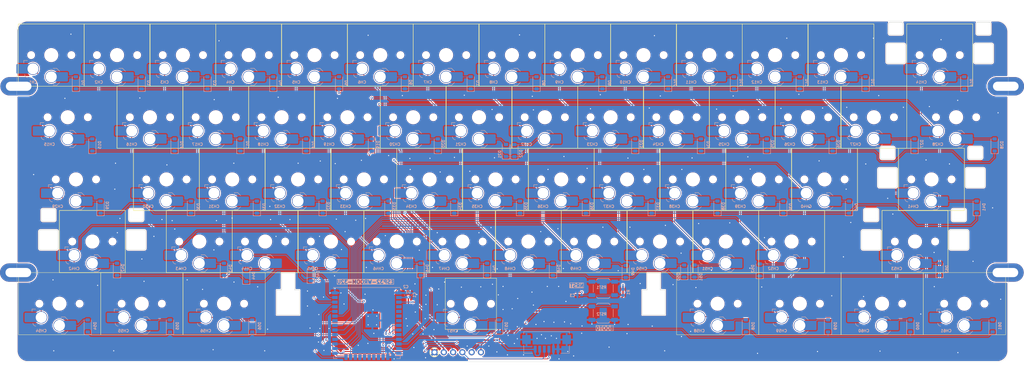
<source format=kicad_pcb>
(kicad_pcb (version 20240108) (generator "pcbnew") (generator_version "8.0")
  (layers (0 "F.Cu" signal) (31 "B.Cu" signal) (34 "B.Paste" user) (35 "F.Paste" user) (36 "B.SilkS" user "B.Silkscreen") (37 "F.SilkS" user "F.Silkscreen") (38 "B.Mask" user) (39 "F.Mask" user) (44 "Edge.Cuts" user))
  (net 0 "")
  (net 1 "Earth")
  (net 2 "+3V3")
  (net 3 "Col 1")
  (net 4 "Net-(D1-A)")
  (net 5 "Net-(D2-A)")
  (net 6 "Col 2")
  (net 7 "Col 3")
  (net 8 "Net-(D3-A)")
  (net 9 "Net-(D4-A)")
  (net 10 "Col 4")
  (net 11 "Net-(D5-A)")
  (net 12 "Col 5")
  (net 13 "Net-(D6-A)")
  (net 14 "Col 6")
  (net 15 "Col 7")
  (net 16 "Net-(D7-A)")
  (net 17 "Col 8")
  (net 18 "Net-(D8-A)")
  (net 19 "Net-(D9-A)")
  (net 20 "Col 9")
  (net 21 "Net-(D10-A)")
  (net 22 "Col 10")
  (net 23 "Net-(D11-A)")
  (net 24 "Col 11")
  (net 25 "Net-(D12-A)")
  (net 26 "Col 12")
  (net 27 "Col 13")
  (net 28 "Net-(D13-A)")
  (net 29 "Col 14")
  (net 30 "Net-(D14-A)")
  (net 31 "Net-(D15-A)")
  (net 32 "Net-(D16-A)")
  (net 33 "Net-(D17-A)")
  (net 34 "Net-(D18-A)")
  (net 35 "Net-(D19-A)")
  (net 36 "Net-(D20-A)")
  (net 37 "Net-(D21-A)")
  (net 38 "Net-(D22-A)")
  (net 39 "Net-(D23-A)")
  (net 40 "Net-(D24-A)")
  (net 41 "Net-(D25-A)")
  (net 42 "Net-(D26-A)")
  (net 43 "Net-(D27-A)")
  (net 44 "Net-(D28-A)")
  (net 45 "Net-(D29-A)")
  (net 46 "Net-(D30-A)")
  (net 47 "Net-(D31-A)")
  (net 48 "Net-(D32-A)")
  (net 49 "Net-(D33-A)")
  (net 50 "Net-(D34-A)")
  (net 51 "Net-(D35-A)")
  (net 52 "Net-(D36-A)")
  (net 53 "Net-(D37-A)")
  (net 54 "Net-(D38-A)")
  (net 55 "Net-(D39-A)")
  (net 56 "Net-(D40-A)")
  (net 57 "Net-(D41-A)")
  (net 58 "Net-(D42-A)")
  (net 59 "Net-(D43-A)")
  (net 60 "Net-(D44-A)")
  (net 61 "Net-(D45-A)")
  (net 62 "Net-(D46-A)")
  (net 63 "Net-(D47-A)")
  (net 64 "Net-(D48-A)")
  (net 65 "Net-(D49-A)")
  (net 66 "Net-(D50-A)")
  (net 67 "Net-(D51-A)")
  (net 68 "Net-(D52-A)")
  (net 69 "Net-(D53-A)")
  (net 70 "Net-(D54-A)")
  (net 71 "Net-(D55-A)")
  (net 72 "Net-(D56-A)")
  (net 73 "Net-(D57-A)")
  (net 74 "Net-(D58-A)")
  (net 75 "Net-(D59-A)")
  (net 76 "Net-(D60-A)")
  (net 77 "Net-(D61-A)")
  (net 78 "Row 1")
  (net 79 "Row 2")
  (net 80 "Row 3")
  (net 81 "Row 4")
  (net 82 "Row 5")
  (net 83 "/USART2_RX")
  (net 84 "/USART2_TX")
  (net 85 "/NRST")
  (net 86 "/BOOT0")
  (footprint "" (layer "F.Cu") (at 283.7 118.8)
    (property "Reference" "")
    (property "Value" "")
  )
  (footprint "" (layer "F.Cu") (at 283.8 67.85)
    (property "Reference" "")
    (property "Value" "")
  )
  (footprint "" (layer "F.Cu") (at 13.7 118.8)
    (property "Reference" "")
    (property "Value" "")
  )
  (footprint "" (layer "F.Cu") (at 13.8 67.85)
    (property "Reference" "")
    (property "Value" "")
  )
  (footprint "Soldered footprints:HEADER_MALE_6X1" (layer "F.Cu") (at 133.9 140.6)
    (property "Reference" "K2")
    (property "Value" "NOVA_programmer_header")
  )
  (footprint "Ahsan Libs:SW_choc_v1_HS_CPG135001S30_1u_custom" (layer "B.Cu") (at 139.72 76.32 180)
    (property "Reference" "CH21")
    (property "Value" "choc_v1_SW_HS")
  )
  (footprint "Diode_SMD:D_SOD-123" (layer "B.Cu") (at 60.95 100.9 90)
    (property "Reference" "D30")
    (property "Value" "D")
  )
  (footprint "Ahsan Libs:SW_choc_v1_HS_CPG135001S30_1u_custom" (layer "B.Cu") (at 33.97 110.32 180)
    (property "Reference" "CH42")
    (property "Value" "choc_v1_SW_HS")
  )
  (footprint "Ahsan Lib:SW_choc_v1_HS_CPG135001S30_1.25u_custom" (layer "B.Cu") (at 137.5 127.35 180)
    (property "Reference" "CH57")
    (property "Value" "choc_v1_SW_HS")
  )
  (footprint "Ahsan Libs:SW_choc_v1_HS_CPG135001S30_1u_custom" (layer "B.Cu") (at 162.22 93.32 180)
    (property "Reference" "CH36")
    (property "Value" "choc_v1_SW_HS")
  )
  (footprint "Diode_SMD:D_SOD-123" (layer "B.Cu") (at 78.95 100.9 90)
    (property "Reference" "D31")
    (property "Value" "D")
  )
  (footprint "Capacitor_SMD:C_0402_1005Metric_Pad0.74x0.62mm_HandSolder" (layer "B.Cu") (at 119.6935 124.968 90)
    (property "Reference" "C2")
    (property "Value" "0.1uF" (hide yes))
  )
  (footprint "Ahsan Libs:SW_choc_v1_HS_CPG135001S30_1u_custom" (layer "B.Cu") (at 258.97 110.32 180)
    (property "Reference" "CH53")
    (property "Value" "choc_v1_SW_HS")
  )
  (footprint "Diode_SMD:D_SOD-123" (layer "B.Cu") (at 145.2 133.4 90)
    (property "Reference" "D57")
    (property "Value" "D")
  )
  (footprint "Diode_SMD:D_SOD-123" (layer "B.Cu") (at 179.85 118.5 90)
    (property "Reference" "D49")
    (property "Value" "D")
  )
  (footprint "Diode_SMD:D_SOD-123" (layer "B.Cu") (at 227.45 66.9 90)
    (property "Reference" "D12")
    (property "Value" "D")
  )
  (footprint "Diode_SMD:D_SOD-123" (layer "B.Cu") (at 216.5 118.1 90)
    (property "Reference" "D52")
    (property "Value" "D")
  )
  (footprint "Diode_SMD:D_SOD-123" (layer "B.Cu") (at 265.7 117.9 90)
    (property "Reference" "D53")
    (property "Value" "D")
  )
  (footprint "Ahsan Libs:SW_choc_v1_HS_CPG135001S30_1u_custom" (layer "B.Cu") (at 144.22 93.32 180)
    (property "Reference" "CH35")
    (property "Value" "choc_v1_SW_HS")
  )
  (footprint "Diode_SMD:D_SOD-123" (layer "B.Cu") (at 155.45 66.9 90)
    (property "Reference" "D8")
    (property "Value" "D")
  )
  (footprint "Ahsan Libs:SW_choc_v1_HS_CPG135001S30_1u_custom" (layer "B.Cu") (at 72.22 93.32 180)
    (property "Reference" "CH31")
    (property "Value" "choc_v1_SW_HS")
  )
  (footprint "RF_Module:ESP32-WROOM-32U" (layer "B.Cu") (at 109.05 132.61 180)
    (property "Reference" "U1")
    (property "Value" "ESP32-WROOM-32U")
  )
  (footprint "Diode_SMD:D_SOD-123" (layer "B.Cu") (at 280.75 83.9 90)
    (property "Reference" "D28")
    (property "Value" "D")
  )
  (footprint "Resistor_SMD:R_0603_1608Metric" (layer "B.Cu") (at 179.1 124.2 -90)
    (property "Reference" "R1")
    (property "Value" "10K")
  )
  (footprint "Ahsan Libs:SW_choc_v1_HS_CPG135001S30_1u_custom" (layer "B.Cu") (at 148.72 59.32 180)
    (property "Reference" "CH8")
    (property "Value" "choc_v1_SW_HS")
  )
  (footprint "Diode_SMD:D_SOD-123" (layer "B.Cu") (at 200.45 83.9 90)
    (property "Reference" "D24")
    (property "Value" "D")
  )
  (footprint "Ahsan Libs:SW_choc_v1_HS_CPG135001S30_1u_custom" (layer "B.Cu") (at 126.22 93.32 180)
    (property "Reference" "CH34")
    (property "Value" "choc_v1_SW_HS")
  )
  (footprint "Diode_SMD:D_SOD-123" (layer "B.Cu") (at 147.1 85.4 90)
    (property "Reference" "D21")
    (property "Value" "D")
  )
  (footprint "Diode_SMD:D_SOD-123" (layer "B.Cu") (at 168.95 100.9 90)
    (property "Reference" "D36")
    (property "Value" "D")
  )
  (footprint "Diode_SMD:D_SOD-123" (layer "B.Cu") (at 195.85 118.4 90)
    (property "Reference" "D50")
    (property "Value" "D")
  )
  (footprint "Capacitor_SMD:C_0402_1005Metric_Pad0.74x0.62mm_HandSolder" (layer "B.Cu") (at 167.2 125 180)
    (property "Reference" "C3")
    (property "Value" "0.1uF")
  )
  (footprint "Ahsan Libs:SW_choc_v1_HS_CPG135001S30_1u_custom" (layer "B.Cu") (at 166.72 59.32 180)
    (property "Reference" "CH9")
    (property "Value" "choc_v1_SW_HS")
  )
  (footprint "Diode_SMD:D_SOD-123" (layer "B.Cu") (at 245.45 66.9 90)
    (property "Reference" "D13")
    (property "Value" "D")
  )
  (footprint "Ahsan Libs:SW_choc_v1_HS_CPG135001S30_1u_custom" (layer "B.Cu") (at 263.47 93.32 180)
    (property "Reference" "CH41")
    (property "Value" "choc_v1_SW_HS")
  )
  (footprint "Ahsan Libs:SW_choc_v1_HS_CPG135001S30_1u_custom" (layer "B.Cu") (at 90.22 93.32 180)
    (property "Reference" "CH32")
    (property "Value" "choc_v1_SW_HS")
  )
  (footprint "Ahsan Libs:SW_choc_v1_HS_CPG135001S30_1u_custom" (layer "B.Cu") (at 63.22 110.32 180)
    (property "Reference" "CH43")
    (property "Value" "choc_v1_SW_HS")
  )
  (footprint "Diode_SMD:D_SOD-123" (layer "B.Cu") (at 159.95 117.9 90)
    (property "Reference" "D48")
    (property "Value" "D")
  )
  (footprint "PCM_marbastlib-xp-choc:STAB_choc_2u" (layer "B.Cu") (at 33.97 110.32 180)
    (property "Reference" "S1" (hide yes))
    (property "Value" "choc_stab")
    (fp_line (start 14.65 2.7) (end 14.65 -1.8) (stroke (width 0.12)) (layer "Edge.Cuts"))
    (fp_line (start 14 8.5) (end 14 6) (stroke (width 0.12)) (layer "Edge.Cuts"))
    (fp_line (start 10.5 9) (end 13.5 9) (stroke (width 0.12)) (layer "Edge.Cuts"))
    (fp_line (start 10.5 5.5) (end 13.5 5.5) (stroke (width 0.12)) (layer "Edge.Cuts"))
    (fp_line (start 10 8.5) (end 10 6) (stroke (width 0.12)) (layer "Edge.Cuts"))
    (fp_line (start 9.85 3.2) (end 14.15 3.2) (stroke (width 0.12)) (layer "Edge.Cuts"))
    (fp_line (start 9.85 -2.3) (end 14.15 -2.3) (stroke (width 0.12)) (layer "Edge.Cuts"))
    (fp_line (start 9.35 2.7) (end 9.35 -1.8) (stroke (width 0.12)) (layer "Edge.Cuts"))
    (fp_line (start -9.35 2.7) (end -9.35 -1.8) (stroke (width 0.12)) (layer "Edge.Cuts"))
    (fp_line (start -9.85 3.2) (end -14.15 3.2) (stroke (width 0.12)) (layer "Edge.Cuts"))
    (fp_line (start -9.85 -2.3) (end -14.15 -2.3) (stroke (width 0.12)) (layer "Edge.Cuts"))
    (fp_line (start -10 8.5) (end -10 6) (stroke (width 0.12)) (layer "Edge.Cuts"))
    (fp_line (start -10.5 9) (end -13.5 9) (stroke (width 0.12)) (layer "Edge.Cuts"))
    (fp_line (start -10.5 5.5) (end -13.5 5.5) (stroke (width 0.12)) (layer "Edge.Cuts"))
    (fp_line (start -14 8.5) (end -14 6) (stroke (width 0.12)) (layer "Edge.Cuts"))
    (fp_line (start -14.65 2.7) (end -14.65 -1.8) (stroke (width 0.12)) (layer "Edge.Cuts"))
    (fp_arc (start 14.65 2.7) (mid 14.503553 3.053553) (end 14.15 3.2) (stroke (width 0.12)) (layer "Edge.Cuts"))
    (fp_arc (start 14.15 -2.3) (mid 14.503553 -2.153553) (end 14.65 -1.8) (stroke (width 0.12)) (layer "Edge.Cuts"))
    (fp_arc (start 14 8.5) (mid 13.853553 8.853553) (end 13.5 9) (stroke (width 0.12)) (layer "Edge.Cuts"))
    (fp_arc (start 13.5 5.5) (mid 13.853553 5.646447) (end 14 6) (stroke (width 0.12)) (layer "Edge.Cuts"))
    (fp_arc (start 10.5 9) (mid 10.146447 8.853553) (end 10 8.5) (stroke (width 0.12)) (layer "Edge.Cuts"))
    (fp_arc (start 10 6) (mid 10.146447 5.646447) (end 10.5 5.5) (stroke (width 0.12)) (layer "Edge.Cuts"))
    (fp_arc (start 9.85 3.2) (mid 9.496447 3.053553) (end 9.35 2.7) (stroke (width 0.12)) (layer "Edge.Cuts"))
    (fp_arc (start 9.35 -1.8) (mid 9.496447 -2.153553) (end 9.85 -2.3) (stroke (width 0.12)) (layer "Edge.Cuts"))
    (fp_arc (start -9.35 2.7) (mid -9.496447 3.053553) (end -9.85 3.2) (stroke (width 0.12)) (layer "Edge.Cuts"))
    (fp_arc (start -9.85 -2.3) (mid -9.496447 -2.153553) (end -9.35 -1.8) (stroke (width 0.12)) (layer "Edge.Cuts"))
    (fp_arc (start -10 8.5) (mid -10.146447 8.853553) (end -10.5 9) (stroke (width 0.12)) (layer "Edge.Cuts"))
    (fp_arc (start -10.5 5.5) (mid -10.146447 5.646447) (end -10 6) (stroke (width 0.12)) (layer "Edge.Cuts"))
    (fp_arc (start -13.5 9) (mid -13.853553 8.853553) (end -14 8.5) (stroke (width 0.12)) (layer "Edge.Cuts"))
    (fp_arc (start -14 6) (mid -13.853553 5.646447) (end -13.5 5.5) (stroke (width 0.12)) (layer "Edge.Cuts"))
    (fp_arc (start -14.15 3.2) (mid -14.503553 3.053553) (end -14.65 2.7) (stroke (width 0.12)) (layer "Edge.Cuts"))
    (fp_arc (start -14.65 -1.8) (mid -14.503553 -2.153553) (end -14.15 -2.3) (stroke (width 0.12)) (layer "Edge.Cuts"))
  )
  (footprint "Ahsan Libs:SW_choc_v1_HS_CPG135001S30_1u_custom" (layer "B.Cu") (at 211.72 76.32 180)
    (property "Reference" "CH25")
    (property "Value" "choc_v1_SW_HS")
  )
  (footprint "Ahsan Libs:SW_choc_v1_HS_CPG135001S30_1u_custom" (layer "B.Cu") (at 49.72 76.32 180)
    (property "Reference" "CH16")
    (property "Value" "choc_v1_SW_HS")
  )
  (footprint "Ahsan Libs:SW_choc_v1_HS_CPG135001S30_1u_custom" (layer "B.Cu") (at 54.22 93.32 180)
    (property "Reference" "CH30")
    (property "Value" "choc_v1_SW_HS")
  )
  (footprint "PCM_marbastlib-choc:SW_choc_v1_HS_CPG135001S30_1.75u" (layer "B.Cu") (at 29.47 93.32 180)
    (property "Reference" "CH29")
    (property "Value" "choc_v1_SW_HS")
  )
  (footprint "Ahsan Libs:SW_choc_v1_HS_CPG135001S30_1u_custom" (layer "B.Cu") (at 85.72 76.32 180)
    (property "Reference" "CH18")
    (property "Value" "choc_v1_SW_HS")
  )
  (footprint "Diode_SMD:D_SOD-123" (layer "B.Cu") (at 218.45 83.9 90)
    (property "Reference" "D25")
    (property "Value" "D")
  )
  (footprint "Ahsan Libs:SW_choc_v1_HS_CPG135001S30_1u_custom" (layer "B.Cu") (at 229.72 76.32 180)
    (property "Reference" "CH26")
    (property "Value" "choc_v1_SW_HS")
  )
  (footprint "mbk_footprints:Choc-6.25u-cutout" (layer "B.Cu") (at 137.5 127.35 180)
    (property "Reference" "S5")
    (property "Value" "choc_stab" (hide yes))
    (fp_line (start 53.15 3.8) (end 53.15 -3.05) (stroke (width 0.12)) (layer "Edge.Cuts"))
    (fp_line (start 53.15 3.8) (end 51.8 3.8) (stroke (width 0.12)) (layer "Edge.Cuts"))
    (fp_line (start 53.15 -3.05) (end 46.85 -3.05) (stroke (width 0.12)) (layer "Edge.Cuts"))
    (fp_line (start 51.8 8.45) (end 48.2 8.45) (stroke (width 0.12)) (layer "Edge.Cuts"))
    (fp_line (start 51.8 3.8) (end 51.8 8.45) (stroke (width 0.12)) (layer "Edge.Cuts"))
    (fp_line (start 48.2 3.8) (end 48.2 8.45) (stroke (width 0.12)) (layer "Edge.Cuts"))
    (fp_line (start 48.2 3.8) (end 46.85 3.8) (stroke (width 0.12)) (layer "Edge.Cuts"))
    (fp_line (start 46.85 3.8) (end 46.85 -3.05) (stroke (width 0.12)) (layer "Edge.Cuts"))
    (fp_line (start -46.85 3.8) (end -46.85 -3.05) (stroke (width 0.12)) (layer "Edge.Cuts"))
    (fp_line (start -46.85 3.8) (end -48.2 3.8) (stroke (width 0.12)) (layer "Edge.Cuts"))
    (fp_line (start -46.85 -3.05) (end -53.15 -3.05) (stroke (width 0.12)) (layer "Edge.Cuts"))
    (fp_line (start -48.2 8.45) (end -51.8 8.45) (stroke (width 0.12)) (layer "Edge.Cuts"))
    (fp_line (start -48.2 3.8) (end -48.2 8.45) (stroke (width 0.12)) (layer "Edge.Cuts"))
    (fp_line (start -51.8 3.8) (end -51.8 8.45) (stroke (width 0.12)) (layer "Edge.Cuts"))
    (fp_line (start -51.8 3.8) (end -53.15 3.8) (stroke (width 0.12)) (layer "Edge.Cuts"))
    (fp_line (start -53.15 3.8) (end -53.15 -3.05) (stroke (width 0.12)) (layer "Edge.Cuts"))
  )
  (footprint "Ahsan Lib:SW_choc_v1_HS_CPG135001S30_1.25u_custom" (layer "B.Cu") (at 204.97 127.32 180)
    (property "Reference" "CH58")
    (property "Value" "choc_v1_SW_HS")
  )
  (footprint "Ahsan Libs:SW_choc_v1_HS_CPG135001S30_1u_custom" (layer "B.Cu") (at 76.72 59.32 180)
    (property "Reference" "CH4")
    (property "Value" "choc_v1_SW_HS")
  )
  (footprint "Diode_SMD:D_SOD-123" (layer "B.Cu") (at 141.95 117.9 90)
    (property "Reference" "D47")
    (property "Value" "D")
  )
  (footprint "Diode_SMD:D_SOD-123" (layer "B.Cu") (at 204.95 100.9 90)
    (property "Reference" "D38")
    (property "Value" "D")
  )
  (footprint "Diode_SMD:D_SOD-123" (layer "B.Cu") (at 257.7 133.4 90)
    (property "Reference" "D60")
    (property "Value" "D")
  )
  (footprint "Diode_SMD:D_SOD-123" (layer "B.Cu") (at 65.45 66.9 90)
    (property "Reference" "D3")
    (property "Value" "D")
  )
  (footprint "Diode_SMD:D_SOD-123" (layer "B.Cu") (at 55.2 133.4 90)
    (property "Reference" "D55")
    (property "Value" "D")
  )
  (footprint "Ahsan Libs:SW_choc_v1_HS_CPG135001S30_1u_custom" (layer "B.Cu") (at 180.22 93.32 180)
    (property "Reference" "CH37")
    (property "Value" "choc_v1_SW_HS")
  )
  (footprint "Diode_SMD:D_SOD-123" (layer "B.Cu") (at 114.95 100.9 90)
    (property "Reference" "D33")
    (property "Value" "D")
  )
  (footprint "Diode_SMD:D_SOD-123" (layer "B.Cu") (at 83.45 66.9 90)
    (property "Reference" "D4")
    (property "Value" "D")
  )
  (footprint "Ahsan Libs:SW_choc_v1_HS_CPG135001S30_1u_custom" (layer "B.Cu") (at 157.72 76.32 180)
    (property "Reference" "CH22")
    (property "Value" "choc_v1_SW_HS")
  )
  (footprint "Diode_SMD:D_SOD-123" (layer "B.Cu") (at 173.45 66.9 90)
    (property "Reference" "D9")
    (property "Value" "D")
  )
  (footprint "Diode_SMD:D_SOD-123" (layer "B.Cu") (at 191.45 66.9 90)
    (property "Reference" "D10")
    (property "Value" "D")
  )
  (footprint "Diode_SMD:D_SOD-123" (layer "B.Cu") (at 93.7 119.4 90)
    (property "Reference" "D45")
    (property "Value" "D")
  )
  (footprint "Ahsan Libs:SW_choc_v1_HS_CPG135001S30_1u_custom" (layer "B.Cu") (at 121.72 76.32 180)
    (property "Reference" "CH20")
    (property "Value" "choc_v1_SW_HS")
  )
  (footprint "Diode_SMD:D_SOD-123" (layer "B.Cu") (at 212.7 133.4 90)
    (property "Reference" "D58")
    (property "Value" "D")
  )
  (footprint "Ahsan Lib:SW_choc_v1_HS_CPG135001S30_1.25u_custom" (layer "B.Cu") (at 249.97 127.32 180)
    (property "Reference" "CH60")
    (property "Value" "choc_v1_SW_HS")
  )
  (footprint "Diode_SMD:D_SOD-123" (layer "B.Cu") (at 275.85 100.9 90)
    (property "Reference" "D41")
    (property "Value" "D")
  )
  (footprint "Ahsan Libs:SW_choc_v1_HS_CPG135001S30_1u_custom" (layer "B.Cu") (at 94.72 59.32 180)
    (property "Reference" "CH5")
    (property "Value" "choc_v1_SW_HS")
  )
  (footprint "Ahsan Libs:SW_choc_v1_HS_CPG135001S30_1u_custom" (layer "B.Cu") (at 99.22 110.32 180)
    (property "Reference" "CH45")
    (property "Value" "choc_v1_SW_HS")
  )
  (footprint "Button_Switch_SMD:SW_SPST_SKQG_WithStem" (layer "B.Cu") (at 173.7 129.9 180)
    (property "Reference" "RST2")
    (property "Value" "RESET")
  )
  (footprint "Diode_SMD:D_SOD-123" (layer "B.Cu") (at 56.45 83.9 90)
    (property "Reference" "D16")
    (property "Value" "D")
  )
  (footprint "Ahsan Libs:SW_choc_v1_HS_CPG135001S30_1u_custom" (layer "B.Cu") (at 216.22 93.32 180)
    (property "Reference" "CH39")
    (property "Value" "choc_v1_SW_HS")
  )
  (footprint "Diode_SMD:D_SOD-123" (layer "B.Cu") (at 40.7 117.9 90)
    (property "Reference" "D42")
    (property "Value" "D")
  )
  (footprint "Diode_SMD:D_SOD-123" (layer "B.Cu") (at 123.75 117.9 90)
    (property "Reference" "D46")
    (property "Value" "D")
  )
  (footprint "Ahsan Lib:SW_choc_v1_HS_CPG135001S30_1.25u_custom" (layer "B.Cu") (at 47.47 127.32 180)
    (property "Reference" "CH55")
    (property "Value" "choc_v1_SW_HS")
  )
  (footprint "Ahsan Libs:SW_choc_v1_HS_CPG135001S30_1u_custom" (layer "B.Cu") (at 202.72 59.32 180)
    (property "Reference" "CH11")
    (property "Value" "choc_v1_SW_HS")
  )
  (footprint "Diode_SMD:D_SOD-123" (layer "B.Cu") (at 32.7 133.4 90)
    (property "Reference" "D54")
    (property "Value" "D")
  )
  (footprint "Ahsan Lib:SW_choc_v1_HS_CPG135001S30_1.25u_custom" (layer "B.Cu") (at 69.97 127.32 180)
    (property "Reference" "CH56")
    (property "Value" "choc_v1_SW_HS")
  )
  (footprint "Ahsan Libs:SW_choc_v1_HS_CPG135001S30_1u_custom" (layer "B.Cu") (at 225.22 110.32 180)
    (property "Reference" "CH52")
    (property "Value" "choc_v1_SW_HS")
  )
  (footprint "PCM_marbastlib-xp-choc:STAB_choc_2u" (layer "B.Cu") (at 265.72 59.32 180)
    (property "Reference" "S4" (hide yes))
    (property "Value" "choc_stab")
    (fp_line (start 14.65 2.7) (end 14.65 -1.8) (stroke (width 0.12)) (layer "Edge.Cuts"))
    (fp_line (start 14 8.5) (end 14 6) (stroke (width 0.12)) (layer "Edge.Cuts"))
    (fp_line (start 10.5 9) (end 13.5 9) (stroke (width 0.12)) (layer "Edge.Cuts"))
    (fp_line (start 10.5 5.5) (end 13.5 5.5) (stroke (width 0.12)) (layer "Edge.Cuts"))
    (fp_line (start 10 8.5) (end 10 6) (stroke (width 0.12)) (layer "Edge.Cuts"))
    (fp_line (start 9.85 3.2) (end 14.15 3.2) (stroke (width 0.12)) (layer "Edge.Cuts"))
    (fp_line (start 9.85 -2.3) (end 14.15 -2.3) (stroke (width 0.12)) (layer "Edge.Cuts"))
    (fp_line (start 9.35 2.7) (end 9.35 -1.8) (stroke (width 0.12)) (layer "Edge.Cuts"))
    (fp_line (start -9.35 2.7) (end -9.35 -1.8) (stroke (width 0.12)) (layer "Edge.Cuts"))
    (fp_line (start -9.85 3.2) (end -14.15 3.2) (stroke (width 0.12)) (layer "Edge.Cuts"))
    (fp_line (start -9.85 -2.3) (end -14.15 -2.3) (stroke (width 0.12)) (layer "Edge.Cuts"))
    (fp_line (start -10 8.5) (end -10 6) (stroke (width 0.12)) (layer "Edge.Cuts"))
    (fp_line (start -10.5 9) (end -13.5 9) (stroke (width 0.12)) (layer "Edge.Cuts"))
    (fp_line (start -10.5 5.5) (end -13.5 5.5) (stroke (width 0.12)) (layer "Edge.Cuts"))
    (fp_line (start -14 8.5) (end -14 6) (stroke (width 0.12)) (layer "Edge.Cuts"))
    (fp_line (start -14.65 2.7) (end -14.65 -1.8) (stroke (width 0.12)) (layer "Edge.Cuts"))
    (fp_arc (start 14.65 2.7) (mid 14.503553 3.053553) (end 14.15 3.2) (stroke (width 0.12)) (layer "Edge.Cuts"))
    (fp_arc (start 14.15 -2.3) (mid 14.503553 -2.153553) (end 14.65 -1.8) (stroke (width 0.12)) (layer "Edge.Cuts"))
    (fp_arc (start 14 8.5) (mid 13.853553 8.853553) (end 13.5 9) (stroke (width 0.12)) (layer "Edge.Cuts"))
    (fp_arc (start 13.5 5.5) (mid 13.853553 5.646447) (end 14 6) (stroke (width 0.12)) (layer "Edge.Cuts"))
    (fp_arc (start 10.5 9) (mid 10.146447 8.853553) (end 10 8.5) (stroke (width 0.12)) (layer "Edge.Cuts"))
    (fp_arc (start 10 6) (mid 10.146447 5.646447) (end 10.5 5.5) (stroke (width 0.12)) (layer "Edge.Cuts"))
    (fp_arc (start 9.85 3.2) (mid 9.496447 3.053553) (end 9.35 2.7) (stroke (width 0.12)) (layer "Edge.Cuts"))
    (fp_arc (start 9.35 -1.8) (mid 9.496447 -2.153553) (end 9.85 -2.3) (stroke (width 0.12)) (layer "Edge.Cuts"))
    (fp_arc (start -9.35 2.7) (mid -9.496447 3.053553) (end -9.85 3.2) (stroke (width 0.12)) (layer "Edge.Cuts"))
    (fp_arc (start -9.85 -2.3) (mid -9.496447 -2.153553) (end -9.35 -1.8) (stroke (width 0.12)) (layer "Edge.Cuts"))
    (fp_arc (start -10 8.5) (mid -10.146447 8.853553) (end -10.5 9) (stroke (width 0.12)) (layer "Edge.Cuts"))
    (fp_arc (start -10.5 5.5) (mid -10.146447 5.646447) (end -10 6) (stroke (width 0.12)) (layer "Edge.Cuts"))
    (fp_arc (start -13.5 9) (mid -13.853553 8.853553) (end -14 8.5) (stroke (width 0.12)) (layer "Edge.Cuts"))
    (fp_arc (start -14 6) (mid -13.853553 5.646447) (end -13.5 5.5) (stroke (width 0.12)) (layer "Edge.Cuts"))
    (fp_arc (start -14.15 3.2) (mid -14.503553 3.053553) (end -14.65 2.7) (stroke (width 0.12)) (layer "Edge.Cuts"))
    (fp_arc (start -14.65 -1.8) (mid -14.503553 -2.153553) (end -14.15 -2.3) (stroke (width 0.12)) (layer "Edge.Cuts"))
  )
  (footprint "Diode_SMD:D_SOD-123" (layer "B.Cu") (at 137.45 66.9 90)
    (property "Reference" "D7")
    (property "Value" "D")
  )
  (footprint "Diode_SMD:D_SOD-123" (layer "B.Cu") (at 258.85 83.9 90)
    (property "Reference" "D27")
    (property "Value" "D")
  )
  (footprint "Ahsan Libs:SW_choc_v1_HS_CPG135001S30_1u_custom" (layer "B.Cu") (at 171.22 110.32 180)
    (property "Reference" "CH49")
    (property "Value" "choc_v1_SW_HS")
  )
  (footprint "Ahsan Lib:SW_choc_v1_HS_CPG135001S30_1.5u_custom" (layer "B.Cu") (at 27.22 76.32 180)
    (property "Reference" "CH15")
    (property "Value" "choc_v1_SW_HS")
  )
  (footprint "Ahsan Libs:SW_choc_v1_HS_CPG135001S30_1u_custom" (layer "B.Cu") (at 234.22 93.32 180)
    (property "Reference" "CH40")
    (property "Value" "choc_v1_SW_HS")
  )
  (footprint "Ahsan Libs:SW_choc_v1_HS_CPG135001S30_1u_custom" (layer "B.Cu") (at 108.22 93.32 180)
    (property "Reference" "CH33")
    (property "Value" "choc_v1_SW_HS")
  )
  (footprint "Ahsan Libs:SW_choc_v1_HS_CPG135001S30_1u_custom" (layer "B.Cu") (at 207.22 110.32 180)
    (property "Reference" "CH51")
    (property "Value" "choc_v1_SW_HS")
  )
  (footprint "Diode_SMD:D_SOD-123" (layer "B.Cu") (at 47.45 66.9 90)
    (property "Reference" "D2")
    (property "Value" "D")
  )
  (footprint "PCM_marbastlib-xp-choc:STAB_choc_2u" (layer "B.Cu") (at 258.97 110.32 180)
    (property "Reference" "S2" (hide yes))
    (property "Value" "choc_stab")
    (fp_line (start 14.65 2.7) (end 14.65 -1.8) (stroke (width 0.12)) (layer "Edge.Cuts"))
    (fp_line (start 14 8.5) (end 14 6) (stroke (width 0.12)) (layer "Edge.Cuts"))
    (fp_line (start 10.5 9) (end 13.5 9) (stroke (width 0.12)) (layer "Edge.Cuts"))
    (fp_line (start 10.5 5.5) (end 13.5 5.5) (stroke (width 0.12)) (layer "Edge.Cuts"))
    (fp_line (start 10 8.5) (end 10 6) (stroke (width 0.12)) (layer "Edge.Cuts"))
    (fp_line (start 9.85 3.2) (end 14.15 3.2) (stroke (width 0.12)) (layer "Edge.Cuts"))
    (fp_line (start 9.85 -2.3) (end 14.15 -2.3) (stroke (width 0.12)) (layer "Edge.Cuts"))
    (fp_line (start 9.35 2.7) (end 9.35 -1.8) (stroke (width 0.12)) (layer "Edge.Cuts"))
    (fp_line (start -9.35 2.7) (end -9.35 -1.8) (stroke (width 0.12)) (layer "Edge.Cuts"))
    (fp_line (start -9.85 3.2) (end -14.15 3.2) (stroke (width 0.12)) (layer "Edge.Cuts"))
    (fp_line (start -9.85 -2.3) (end -14.15 -2.3) (stroke (width 0.12)) (layer "Edge.Cuts"))
    (fp_line (start -10 8.5) (end -10 6) (stroke (width 0.12)) (layer "Edge.Cuts"))
    (fp_line (start -10.5 9) (end -13.5 9) (stroke (width 0.12)) (layer "Edge.Cuts"))
    (fp_line (start -10.5 5.5) (end -13.5 5.5) (stroke (width 0.12)) (layer "Edge.Cuts"))
    (fp_line (start -14 8.5) (end -14 6) (stroke (width 0.12)) (layer "Edge.Cuts"))
    (fp_line (start -14.65 2.7) (end -14.65 -1.8) (stroke (width 0.12)) (layer "Edge.Cuts"))
    (fp_arc (start 14.65 2.7) (mid 14.503553 3.053553) (end 14.15 3.2) (stroke (width 0.12)) (layer "Edge.Cuts"))
    (fp_arc (start 14.15 -2.3) (mid 14.503553 -2.153553) (end 14.65 -1.8) (stroke (width 0.12)) (layer "Edge.Cuts"))
    (fp_arc (start 14 8.5) (mid 13.853553 8.853553) (end 13.5 9) (stroke (width 0.12)) (layer "Edge.Cuts"))
    (fp_arc (start 13.5 5.5) (mid 13.853553 5.646447) (end 14 6) (stroke (width 0.12)) (layer "Edge.Cuts"))
    (fp_arc (start 10.5 9) (mid 10.146447 8.853553) (end 10 8.5) (stroke (width 0.12)) (layer "Edge.Cuts"))
    (fp_arc (start 10 6) (mid 10.146447 5.646447) (end 10.5 5.5) (stroke (width 0.12)) (layer "Edge.Cuts"))
    (fp_arc (start 9.85 3.2) (mid 9.496447 3.053553) (end 9.35 2.7) (stroke (width 0.12)) (layer "Edge.Cuts"))
    (fp_arc (start 9.35 -1.8) (mid 9.496447 -2.153553) (end 9.85 -2.3) (stroke (width 0.12)) (layer "Edge.Cuts"))
    (fp_arc (start -9.35 2.7) (mid -9.496447 3.053553) (end -9.85 3.2) (stroke (width 0.12)) (layer "Edge.Cuts"))
    (fp_arc (start -9.85 -2.3) (mid -9.496447 -2.153553) (end -9.35 -1.8) (stroke (width 0.12)) (layer "Edge.Cuts"))
    (fp_arc (start -10 8.5) (mid -10.146447 8.853553) (end -10.5 9) (stroke (width 0.12)) (layer "Edge.Cuts"))
    (fp_arc (start -10.5 5.5) (mid -10.146447 5.646447) (end -10 6) (stroke (width 0.12)) (layer "Edge.Cuts"))
    (fp_arc (start -13.5 9) (mid -13.853553 8.853553) (end -14 8.5) (stroke (width 0.12)) (layer "Edge.Cuts"))
    (fp_arc (start -14 6) (mid -13.853553 5.646447) (end -13.5 5.5) (stroke (width 0.12)) (layer "Edge.Cuts"))
    (fp_arc (start -14.15 3.2) (mid -14.503553 3.053553) (end -14.65 2.7) (stroke (width 0.12)) (layer "Edge.Cuts"))
    (fp_arc (start -14.65 -1.8) (mid -14.503553 -2.153553) (end -14.15 -2.3) (stroke (width 0.12)) (layer "Edge.Cuts"))
  )
  (footprint "Diode_SMD:D_SOD-123" (layer "B.Cu") (at 150.95 100.9 90)
    (property "Reference" "D35")
    (property "Value" "D")
  )
  (footprint "Button_Switch_SMD:SW_SPST_SKQG_WithStem" (layer "B.Cu") (at 173.7 123.15 180)
    (property "Reference" "RST1")
    (property "Value" "RESET")
  )
  (footprint "Ahsan Libs:SW_choc_v1_HS_CPG135001S30_1u_custom" (layer "B.Cu") (at 189.22 110.32 180)
    (property "Reference" "CH50")
    (property "Value" "choc_v1_SW_HS")
  )
  (footprint "Ahsan Libs:SW_choc_v1_HS_CPG135001S30_1u_custom" (layer "B.Cu") (at 67.72 76.32 180)
    (property "Reference" "CH17")
    (property "Value" "choc_v1_SW_HS")
  )
  (footprint "Ahsan Libs:SW_choc_v1_HS_CPG135001S30_1u_custom" (layer "B.Cu") (at 112.72 59.32 180)
    (property "Reference" "CH6")
    (property "Value" "choc_v1_SW_HS")
  )
  (footprint "Diode_SMD:D_SOD-123" (layer "B.Cu") (at 132.95 100.9 90)
    (property "Reference" "D34")
    (property "Value" "D")
  )
  (footprint "Ahsan Libs:SW_choc_v1_HS_CPG135001S30_1u_custom" (layer "B.Cu") (at 175.72 76.32 180)
    (property "Reference" "CH23")
    (property "Value" "choc_v1_SW_HS")
  )
  (footprint "Diode_SMD:D_SOD-123" (layer "B.Cu") (at 182.45 83.9 90)
    (property "Reference" "D23")
    (property "Value" "D")
  )
  (footprint "Ahsan Libs:SW_choc_v1_HS_CPG135001S30_1u_custom" (layer "B.Cu") (at 247.72 76.32 180)
    (property "Reference" "CH27")
    (property "Value" "choc_v1_SW_HS")
  )
  (footprint "Ahsan Libs:SW_choc_v1_HS_CPG135001S30_1u_custom" (layer "B.Cu") (at 58.72 59.32 180)
    (property "Reference" "CH3")
    (property "Value" "choc_v1_SW_HS")
  )
  (footprint "Diode_SMD:D_SOD-123" (layer "B.Cu") (at 236.45 83.9 90)
    (property "Reference" "D26")
    (property "Value" "D")
  )
  (footprint "Diode_SMD:D_SOD-123" (layer "B.Cu") (at 235.2 133.4 90)
    (property "Reference" "D59")
    (property "Value" "D")
  )
  (footprint "Diode_SMD:D_SOD-123" (layer "B.Cu") (at 280.2 133.4 90)
    (property "Reference" "D61")
    (property "Value" "D")
  )
  (footprint "PCM_marbastlib-xp-choc:STAB_choc_2u" (layer "B.Cu") (at 263.47 93.32 180)
    (property "Reference" "S3" (hide yes))
    (property "Value" "choc_stab")
    (fp_line (start 14.65 2.7) (end 14.65 -1.8) (stroke (width 0.12)) (layer "Edge.Cuts"))
    (fp_line (start 14 8.5) (end 14 6) (stroke (width 0.12)) (layer "Edge.Cuts"))
    (fp_line (start 10.5 9) (end 13.5 9) (stroke (width 0.12)) (layer "Edge.Cuts"))
    (fp_line (start 10.5 5.5) (end 13.5 5.5) (stroke (width 0.12)) (layer "Edge.Cuts"))
    (fp_line (start 10 8.5) (end 10 6) (stroke (width 0.12)) (layer "Edge.Cuts"))
    (fp_line (start 9.85 3.2) (end 14.15 3.2) (stroke (width 0.12)) (layer "Edge.Cuts"))
    (fp_line (start 9.85 -2.3) (end 14.15 -2.3) (stroke (width 0.12)) (layer "Edge.Cuts"))
    (fp_line (start 9.35 2.7) (end 9.35 -1.8) (stroke (width 0.12)) (layer "Edge.Cuts"))
    (fp_line (start -9.35 2.7) (end -9.35 -1.8) (stroke (width 0.12)) (layer "Edge.Cuts"))
    (fp_line (start -9.85 3.2) (end -14.15 3.2) (stroke (width 0.12)) (layer "Edge.Cuts"))
    (fp_line (start -9.85 -2.3) (end -14.15 -2.3) (stroke (width 0.12)) (layer "Edge.Cuts"))
    (fp_line (start -10 8.5) (end -10 6) (stroke (width 0.12)) (layer "Edge.Cuts"))
    (fp_line (start -10.5 9) (end -13.5 9) (stroke (width 0.12)) (layer "Edge.Cuts"))
    (fp_line (start -10.5 5.5) (end -13.5 5.5) (stroke (width 0.12)) (layer "Edge.Cuts"))
    (fp_line (start -14 8.5) (end -14 6) (stroke (width 0.12)) (layer "Edge.Cuts"))
    (fp_line (start -14.65 2.7) (end -14.65 -1.8) (stroke (width 0.12)) (layer "Edge.Cuts"))
    (fp_arc (start 14.65 2.7) (mid 14.503553 3.053553) (end 14.15 3.2) (stroke (width 0.12)) (layer "Edge.Cuts"))
    (fp_arc (start 14.15 -2.3) (mid 14.503553 -2.153553) (end 14.65 -1.8) (stroke (width 0.12)) (layer "Edge.Cuts"))
    (fp_arc (start 14 8.5) (mid 13.853553 8.853553) (end 13.5 9) (stroke (width 0.12)) (layer "Edge.Cuts"))
    (fp_arc (start 13.5 5.5) (mid 13.853553 5.646447) (end 14 6) (stroke (width 0.12)) (layer "Edge.Cuts"))
    (fp_arc (start 10.5 9) (mid 10.146447 8.853553) (end 10 8.5) (stroke (width 0.12)) (layer "Edge.Cuts"))
    (fp_arc (start 10 6) (mid 10.146447 5.646447) (end 10.5 5.5) (stroke (width 0.12)) (layer "Edge.Cuts"))
    (fp_arc (start 9.85 3.2) (mid 9.496447 3.053553) (end 9.35 2.7) (stroke (width 0.12)) (layer "Edge.Cuts"))
    (fp_arc (start 9.35 -1.8) (mid 9.496447 -2.153553) (end 9.85 -2.3) (stroke (width 0.12)) (layer "Edge.Cuts"))
    (fp_arc (start -9.35 2.7) (mid -9.496447 3.053553) (end -9.85 3.2) (stroke (width 0.12)) (layer "Edge.Cuts"))
    (fp_arc (start -9.85 -2.3) (mid -9.496447 -2.153553) (end -9.35 -1.8) (stroke (width 0.12)) (layer "Edge.Cuts"))
    (fp_arc (start -10 8.5) (mid -10.146447 8.853553) (end -10.5 9) (stroke (width 0.12)) (layer "Edge.Cuts"))
    (fp_arc (start -10.5 5.5) (mid -10.146447 5.646447) (end -10 6) (stroke (width 0.12)) (layer "Edge.Cuts"))
    (fp_arc (start -13.5 9) (mid -13.853553 8.853553) (end -14 8.5) (stroke (width 0.12)) (layer "Edge.Cuts"))
    (fp_arc (start -14 6) (mid -13.853553 5.646447) (end -13.5 5.5) (stroke (width 0.12)) (layer "Edge.Cuts"))
    (fp_arc (start -14.15 3.2) (mid -14.503553 3.053553) (end -14.65 2.7) (stroke (width 0.12)) (layer "Edge.Cuts"))
    (fp_arc (start -14.65 -1.8) (mid -14.503553 -2.153553) (end -14.15 -2.3) (stroke (width 0.12)) (layer "Edge.Cuts"))
  )
  (footprint "Ahsan Lib:SW_choc_v1_HS_CPG135001S30_1.25u_custom" (layer "B.Cu") (at 272.47 127.32 180)
    (property "Reference" "CH61")
    (property "Value" "choc_v1_SW_HS")
  )
  (footprint "Ahsan Libs:SW_choc_v1_HS_CPG135001S30_1u_custom" (layer "B.Cu") (at 153.22 110.32 180)
    (property "Reference" "CH48")
    (property "Value" "choc_v1_SW_HS")
  )
  (footprint "Diode_SMD:D_SOD-123" (layer "B.Cu") (at 209.45 66.9 90)
    (property "Reference" "D11")
    (property "Value" "D")
  )
  (footprint "Diode_SMD:D_SOD-123" (layer "B.Cu") (at 149.4 85.45 90)
    (property "Reference" "D22")
    (property "Value" "D")
  )
  (footprint "Ahsan Libs:SW_choc_v1_HS_CPG135001S30_1u_custom" (layer "B.Cu") (at 238.72 59.32 180)
    (property "Reference" "CH13")
    (property "Value" "choc_v1_SW_HS")
  )
  (footprint "Diode_SMD:D_SOD-123" (layer "B.Cu") (at 128.45 83.9 90)
    (property "Reference" "D20")
    (property "Value" "D")
  )
  (footprint "Ahsan Libs:SW_choc_v1_HS_CPG135001S30_1u_custom" (layer "B.Cu") (at 130.72 59.32 180)
    (property "Reference" "CH7")
    (property "Value" "choc_v1_SW_HS")
  )
  (footprint "Ahsan Libs:SW_choc_v1_HS_CPG135001S30_1u_custom" (layer "B.Cu") (at 135.22 110.32 180)
    (property "Reference" "CH47")
    (property "Value" "choc_v1_SW_HS")
  )
  (footprint "Diode_SMD:D_SOD-123" (layer "B.Cu") (at 222.95 100.9 90)
    (property "Reference" "D39")
    (property "Value" "D")
  )
  (footprint "Ahsan Libs:SW_choc_v1_HS_CPG135001S30_1u_custom" (layer "B.Cu") (at 22.72 59.32 180)
    (property "Reference" "CH1")
    (property "Value" "choc_v1_SW_HS")
  )
  (footprint "Ahsan Libs:SW_choc_v1_HS_CPG135001S30_1u_custom" (layer "B.Cu") (at 220.72 59.32 180)
    (property "Reference" "CH12")
    (property "Value" "choc_v1_SW_HS")
  )
  (footprint "Diode_SMD:D_SOD-123" (layer "B.Cu") (at 272.45 66.9 90)
    (property "Reference" "D14")
    (property "Value" "D")
  )
  (footprint "Soldered footprints:HC-1.25-6PWT" (layer "B.Cu") (at 158.2 139.75)
    (property "Reference" "K1")
    (property "Value" " HC-1.25-6PWT")
  )
  (footprint "Ahsan Libs:SW_choc_v1_HS_CPG135001S30_1u_custom" (layer "B.Cu") (at 103.72 76.32 180)
    (property "Reference" "CH19")
    (property "Value" "choc_v1_SW_HS")
  )
  (footprint "Ahsan Libs:SW_choc_v1_HS_CPG135001S30_1u_custom" (layer "B.Cu") (at 117.22 110.32 180)
    (property "Reference" "CH46")
    (property "Value" "choc_v1_SW_HS")
  )
  (footprint "Diode_SMD:D_SOD-123" (layer "B.Cu") (at 110.45 83.9 90)
    (property "Reference" "D19")
    (property "Value" "D")
  )
  (footprint "Ahsan Libs:SW_choc_v1_HS_CPG135001S30_1u_custom" (layer "B.Cu") (at 40.72 59.32 180)
    (property "Reference" "CH2")
    (property "Value" "choc_v1_SW_HS")
  )
  (footprint "Diode_SMD:D_SOD-123" (layer "B.Cu") (at 101.45 66.9 90)
    (property "Reference" "D5")
    (property "Value" "D")
  )
  (footprint "Diode_SMD:D_SOD-123" (layer "B.Cu") (at 76.05 119.65 90)
    (property "Reference" "D44")
    (property "Value" "D")
  )
  (footprint "Ahsan Libs:SW_choc_v1_HS_CPG135001S30_1u_custom" (layer "B.Cu") (at 81.22 110.32 180)
    (property "Reference" "CH44")
    (property "Value" "choc_v1_SW_HS")
  )
  (footprint "Diode_SMD:D_SOD-123" (layer "B.Cu") (at 119.45 66.9 90)
    (property "Reference" "D6")
    (property "Value" "D")
  )
  (footprint "Diode_SMD:D_SOD-123" (layer "B.Cu") (at 96.95 100.9 90)
    (property "Reference" "D32")
    (property "Value" "D")
  )
  (footprint "Diode_SMD:D_SOD-123" (layer "B.Cu") (at 69.95 117.9 90)
    (property "Reference" "D43")
    (property "Value" "D")
  )
  (footprint "Ahsan Lib:SW_choc_v1_HS_CPG135001S30_1.25u_custom" (layer "B.Cu") (at 24.97 127.32 180)
    (property "Reference" "CH54")
    (property "Value" "choc_v1_SW_HS")
  )
  (footprint "Diode_SMD:D_SOD-123" (layer "B.Cu") (at 77.7 133.4 90)
    (property "Reference" "D56")
    (property "Value" "D")
  )
  (footprint "Diode_SMD:D_SOD-123" (layer "B.Cu") (at 186.95 100.9 90)
    (property "Reference" "D37")
    (property "Value" "D")
  )
  (footprint "Diode_SMD:D_SOD-123" (layer "B.Cu") (at 240.95 100.9 90)
    (property "Reference" "D40")
    (property "Value" "D")
  )
  (footprint "Ahsan Libs:SW_choc_v1_HS_CPG135001S30_1u_custom" (layer "B.Cu") (at 193.72 76.32 180)
    (property "Reference" "CH24")
    (property "Value" "choc_v1_SW_HS")
  )
  (footprint "Diode_SMD:D_SOD-123" (layer "B.Cu") (at 198.65 118.4 90)
    (property "Reference" "D51")
    (property "Value" "D")
  )
  (footprint "Diode_SMD:D_SOD-123" (layer "B.Cu") (at 36.2 100.9 90)
    (property "Reference" "D29")
    (property "Value" "D")
  )
  (footprint "Ahsan Lib:SW_choc_v1_HS_CPG135001S30_1.25u_custom" (layer "B.Cu") (at 227.47 127.32 180)
    (property "Reference" "CH59")
    (property "Value" "choc_v1_SW_HS")
  )
  (footprint "Capacitor_SMD:C_0402_1005Metric_Pad0.74x0.62mm_HandSolder" (layer "B.Cu") (at 120.904 124.968 90)
    (property "Reference" "C1")
    (property "Value" "10u" (hide yes))
  )
  (footprint "Diode_SMD:D_SOD-123" (layer "B.Cu") (at 29.45 66.9 90)
    (property "Reference" "D1")
    (property "Value" "D")
  )
  (footprint "Ahsan Libs:SW_choc_v1_HS_CPG135001S30_1u_custom" (layer "B.Cu") (at 265.72 59.32 180)
    (property "Reference" "CH14")
    (property "Value" "choc_v1_SW_HS")
  )
  (footprint "Ahsan Libs:SW_choc_v1_HS_CPG135001S30_1u_custom" (layer "B.Cu") (at 184.72 59.32 180)
    (property "Reference" "CH10")
    (property "Value" "choc_v1_SW_HS")
  )
  (footprint "Diode_SMD:D_SOD-123" (layer "B.Cu") (at 92.45 83.9 90)
    (property "Reference" "D18")
    (property "Value" "D")
  )
  (footprint "Diode_SMD:D_SOD-123" (layer "B.Cu") (at 74.45 83.9 90)
    (property "Reference" "D17")
    (property "Value" "D")
  )
  (footprint "Ahsan Libs:SW_choc_v1_HS_CPG135001S30_1u_custom" (layer "B.Cu") (at 198.22 93.32 180)
    (property "Reference" "CH38")
    (property "Value" "choc_v1_SW_HS")
  )
  (footprint "Diode_SMD:D_SOD-123" (layer "B.Cu") (at 33.95 83.9 90)
    (property "Reference" "D15")
    (property "Value" "D")
  )
  (footprint "Ahsan Lib:SW_choc_v1_HS_CPG135001S30_1.5u_custom" (layer "B.Cu") (at 270.22 76.32 180)
    (property "Reference" "CH28")
    (property "Value" "choc_v1_SW_HS")
  )
  (gr_rect (start 193.75 118.8) (end 216.25 135.8) (stroke (width 0.1)) (fill none) (layer "F.SilkS"))
  (gr_rect (start 216.25 118.8) (end 238.75 135.8) (stroke (width 0.1)) (fill none) (layer "F.SilkS"))
  (gr_rect (start 261.25 118.8) (end 283.75 135.8) (stroke (width 0.1)) (fill none) (layer "F.SilkS"))
  (gr_rect (start 13.75 118.8) (end 36.25 135.8) (stroke (width 0.1)) (fill none) (layer "F.SilkS"))
  (gr_rect (start 238.75 118.8) (end 261.25 135.8) (stroke (width 0.1)) (fill none) (layer "F.SilkS"))
  (gr_circle (center 127.5 140.6) (end 128.752996 140.6) (stroke (width 0.15)) (fill none) (layer "F.SilkS"))
  (gr_rect (start 36.25 118.8) (end 58.75 135.8) (stroke (width 0.1)) (fill none) (layer "F.SilkS"))
  (gr_rect (start 58.75 118.8) (end 81.25 135.8) (stroke (width 0.1)) (fill none) (layer "F.SilkS"))
  (gr_line (start 13.3 140.25) (end 13.25 52.9) (stroke (width 0.05)) (layer "Edge.Cuts"))
  (gr_arc (start 284.45 140.25) (mid 283.57132 142.37132) (end 281.45 143.25) (stroke (width 0.05)) (layer "Edge.Cuts"))
  (gr_arc (start 16.25 143.249999) (mid 14.160781 142.353862) (end 13.299584 140.25) (stroke (width 0.05)) (layer "Edge.Cuts"))
  (gr_arc (start 13.25 52.9) (mid 14.12868 50.77868) (end 16.25 49.9) (stroke (width 0.05)) (layer "Edge.Cuts"))
  (gr_line (start 281.45 143.25) (end 16.25 143.25) (stroke (width 0.05)) (layer "Edge.Cuts"))
  (gr_line (start 284.45 52.9) (end 284.45 140.25) (stroke (width 0.05)) (layer "Edge.Cuts"))
  (gr_arc (start 281.45 49.9) (mid 283.57132 50.77868) (end 284.45 52.9) (stroke (width 0.05)) (layer "Edge.Cuts"))
  (gr_line (start 16.25 49.9) (end 281.45 49.9) (stroke (width 0.05)) (layer "Edge.Cuts"))
  (gr_text "BOOT0" (at 176.7 134.625 0) (layer "B.SilkS" knockout) (effects (font (size 1 1) (thickness 0.25) (bold yes)) (justify left bottom mirror)))
  (gr_text "ESP32-WROOM-32U" (at 116.6 121.95 0) (layer "B.SilkS" knockout) (effects (font (size 1 1) (thickness 0.25) (bold yes)) (justify left bottom mirror)))
  (gr_text "NRST" (at 168.525 122.95 0) (layer "B.SilkS" knockout) (effects (font (size 1 1) (thickness 0.25) (bold yes)) (justify left bottom mirror)))
  (via (at 158.6 90.6) (size 0.6) (drill 0.3) (layers "F.Cu" "B.Cu") (net 1))
  (via (at 245.5 89.1) (size 0.6) (drill 0.3) (layers "F.Cu" "B.Cu") (net 1))
  (via (at 137.2 91.1) (size 0.6) (drill 0.3) (layers "F.Cu" "B.Cu") (net 1))
  (via (at 139.7 107.9) (size 0.6) (drill 0.3) (layers "F.Cu" "B.Cu") (net 1))
  (via (at 41.5 104) (size 0.6) (drill 0.3) (layers "F.Cu" "B.Cu") (net 1))
  (via (at 146.3 128.9) (size 0.6) (drill 0.3) (layers "F.Cu" "B.Cu") (net 1))
  (via (at 118.75 70.4) (size 0.6) (drill 0.3) (layers "F.Cu" "B.Cu") (net 1))
  (via (at 96.1 108.9) (size 0.6) (drill 0.3) (layers "F.Cu" "B.Cu") (net 1))
  (via (at 110.727038 129.003863) (size 0.6) (drill 0.3) (layers "F.Cu" "B.Cu") (net 1))
  (via (at 260.55 130.15) (size 0.6) (drill 0.3) (layers "F.Cu" "B.Cu") (net 1))
  (via (at 149.4 138.2) (size 0.6) (drill 0.3) (layers "F.Cu" "B.Cu") (net 1))
  (via (at 176.8 133) (size 0.6) (drill 0.3) (layers "F.Cu" "B.Cu") (net 1))
  (via (at 203.3 118.2) (size 0.6) (drill 0.3) (layers "F.Cu" "B.Cu") (net 1))
  (via (at 120.1 133.4) (size 0.6) (drill 0.3) (layers "F.Cu" "B.Cu") (net 1))
  (via (at 64.1 123.4) (size 0.6) (drill 0.3) (layers "F.Cu" "B.Cu") (net 1))
  (via (at 143.4 122) (size 0.6) (drill 0.3) (layers "F.Cu" "B.Cu") (net 1))
  (via (at 133 87.3) (size 0.6) (drill 0.3) (layers "F.Cu" "B.Cu") (net 1))
  (via (at 67.2 112.6) (size 0.6) (drill 0.3) (layers "F.Cu" "B.Cu") (net 1))
  (via (at 232.3 140.4) (size 0.6) (drill 0.3) (layers "F.Cu" "B.Cu") (net 1))
  (via (at 264.2 113.3) (size 0.6) (drill 0.3) (layers "F.Cu" "B.Cu") (net 1))
  (via (at 110.95279 135.440344) (size 0.6) (drill 0.3) (layers "F.Cu" "B.Cu") (net 1))
  (via (at 163.1 132.3) (size 0.6) (drill 0.3) (layers "F.Cu" "B.Cu") (net 1))
  (via (at 136.5 138.9) (size 0.6) (drill 0.3) (layers "F.Cu" "B.Cu") (net 1))
  (via (at 161.5 122.6) (size 0.6) (drill 0.3) (layers "F.Cu" "B.Cu") (net 1))
  (via (at 143.95 87.4) (size 0.6) (drill 0.3) (layers "F.Cu" "B.Cu") (net 1))
  (via (at 180.5 133) (size 0.6) (drill 0.3) (layers "F.Cu" "B.Cu") (net 1))
  (via (at 135.7 70.3) (size 0.6) (drill 0.3) (layers "F.Cu" "B.Cu") (net 1))
  (via (at 134.9 122.8) (size 0.6) (drill 0.3) (layers "F.Cu" "B.Cu") (net 1))
  (via (at 181 106.4) (size 0.6) (drill 0.3) (layers "F.Cu" "B.Cu") (net 1))
  (via (at 128.7 123.3) (size 0.6) (drill 0.3) (layers "F.Cu" "B.Cu") (net 1))
  (via (at 17.9 92) (size 0.6) (drill 0.3) (layers "F.Cu" "B.Cu") (net 1))
  (via (at 119.634 123.698) (size 0.6) (drill 0.3) (layers "F.Cu" "B.Cu") (net 1))
  (via (at 199.05 122.9) (size 0.6) (drill 0.3) (layers "F.Cu" "B.Cu") (net 1))
  (via (at 148.8 128.7) (size 0.6) (drill 0.3) (layers "F.Cu" "B.Cu") (net 1))
  (via (at 142.4 138.9) (size 0.6) (drill 0.3) (layers "F.Cu" "B.Cu") (net 1))
  (via (at 81.1 140.2) (size 0.6) (drill 0.3) (layers "F.Cu" "B.Cu") (net 1))
  (via (at 98.975 124.375) (size 0.6) (drill 0.3) (layers "F.Cu" "B.Cu") (net 1))
  (via (at 150.2 136.9) (size 0.6) (drill 0.3) (layers "F.Cu" "B.Cu") (net 1))
  (via (at 54.35 89.35) (size 0.6) (drill 0.3) (layers "F.Cu" "B.Cu") (net 1))
  (via (at 115 86.8) (size 0.6) (drill 0.3) (layers "F.Cu" "B.Cu") (net 1))
  (via (at 23.2 120.8) (size 0.6) (drill 0.3) (layers "F.Cu" "B.Cu") (net 1))
  (via (at 40.8 107.9) (size 0.6) (drill 0.3) (layers "F.Cu" "B.Cu") (net 1))
  (via (at 101 71.15) (size 0.6) (drill 0.3) (layers "F.Cu" "B.Cu") (net 1))
  (via (at 111.7 133.1) (size 0.6) (drill 0.3) (layers "F.Cu" "B.Cu") (net 1))
  (via (at 213.9 90.5) (size 0.6) (drill 0.3) (layers "F.Cu" "B.Cu") (net 1))
  (via (at 90.25 88.9) (size 0.6) (drill 0.3) (layers "F.Cu" "B.Cu") (net 1))
  (via (at 222.3 73.9) (size 0.6) (drill 0.3) (layers "F.Cu" "B.Cu") (net 1))
  (via (at 67 139.9) (size 0.6) (drill 0.3) (layers "F.Cu" "B.Cu") (net 1))
  (via (at 56.5 106.9) (size 0.6) (drill 0.3) (layers "F.Cu" "B.Cu") (net 1))
  (via (at 213.25 87.15) (size 0.6) (drill 0.3) (layers "F.Cu" "B.Cu") (net 1))
  (via (at 270.7 140.7) (size 0.6) (drill 0.3) (layers "F.Cu" "B.Cu") (net 1))
  (via (at 88 104.3) (size 0.6) (drill 0.3) (layers "F.Cu" "B.Cu") (net 1))
  (via (at 143.3 74.2) (size 0.6) (drill 0.3) (layers "F.Cu" "B.Cu") (net 1))
  (via (at 107.55 88.1) (size 0.6) (drill 0.3) (layers "F.Cu" "B.Cu") (net 1))
  (via (at 164 140.4) (size 0.6) (drill 0.3) (layers "F.Cu" "B.Cu") (net 1))
  (via (at 281.7 75.1) (size 0.6) (drill 0.3) (layers "F.Cu" "B.Cu") (net 1))
  (via (at 223.9 54.7) (size 0.6) (drill 0.3) (layers "F.Cu" "B.Cu") (net 1))
  (via (at 116.5 142.4) (size 0.6) (drill 0.3) (layers "F.Cu" "B.Cu") (net 1))
  (via (at 227.2 70.05) (size 0.6) (drill 0.3) (layers "F.Cu" "B.Cu") (net 1))
  (via (at 109.4 133.1) (size 0.6) (drill 0.3) (layers "F.Cu" "B.Cu") (net 1))
  (via (at 106.7 138.7) (size 0.6) (drill 0.3) (layers "F.Cu" "B.Cu") (net 1))
  (via (at 240.3 73.6) (size 0.6) (drill 0.3) (layers "F.Cu" "B.Cu") (net 1))
  (via (at 100.7 104.2) (size 0.6) (drill 0.3) (layers "F.Cu" "B.Cu") (net 1))
  (via (at 68.6 55.4) (size 0.6) (drill 0.3) (layers "F.Cu" "B.Cu") (net 1))
  (via (at 195 113.5) (size 0.6) (drill 0.3) (layers "F.Cu" "B.Cu") (net 1))
  (via (at 151.9 141.3) (size 0.6) (drill 0.3) (layers "F.Cu" "B.Cu") (net 1))
  (via (at 145 124.9) (size 0.6) (drill 0.3) (layers "F.Cu" "B.Cu") (net 1))
  (via (at 121.9 139.3) (size 0.6) (drill 0.3) (layers "F.Cu" "B.Cu") (net 1))
  (via (at 97.2 125.5) (size 0.6) (drill 0.3) (layers "F.Cu" "B.Cu") (net 1))
  (via (at 122.3 129.6) (size 0.6) (drill 0.3) (layers "F.Cu" "B.Cu") (net 1))
  (via (at 101.95 124.375) (size 0.6) (drill 0.3) (layers "F.Cu" "B.Cu") (net 1))
  (via (at 249.4 140.3) (size 0.6) (drill 0.3) (layers "F.Cu" "B.Cu") (net 1))
  (via (at 147.7 136) (size 0.6) (drill 0.3) (layers "F.Cu" "B.Cu") (net 1))
  (via (at 40.3 88.9) (size 0.6) (drill 0.3) (layers "F.Cu" "B.Cu") (net 1))
  (via (at 170.6 132.875) (size 0.6) (drill 0.3) (layers "F.Cu" "B.Cu") (net 1))
  (via (at 123.4 112.7) (size 0.6) (drill 0.3) (layers "F.Cu" "B.Cu") (net 1))
  (via (at 159.5 136.1) (size 0.6) (drill 0.3) (layers "F.Cu" "B.Cu") (net 1))
  (via (at 167.9 133.4) (size 0.6) (drill 0.3) (layers "F.Cu" "B.Cu") (net 1))
  (via (at 217.8 109.25) (size 0.6) (drill 0.3) (layers "F.Cu" "B.Cu") (net 1))
  (via (at 96.3 88.3) (size 0.6) (drill 0.3) (layers "F.Cu" "B.Cu") (net 1))
  (via (at 268.4 89.1) (size 0.6) (drill 0.3) (layers "F.Cu" "B.Cu") (net 1))
  (via (at 111.75 130.7) (size 0.6) (drill 0.3) (layers "F.Cu" "B.Cu") (net 1))
  (via (at 120.9 90.6) (size 0.6) (drill 0.3) (layers "F.Cu" "B.Cu") (net 1))
  (via (at 48.1 121.2) (size 0.6) (drill 0.3) (layers "F.Cu" "B.Cu") (net 1))
  (via (at 197.6 134.9) (size 0.6) (drill 0.3) (layers "F.Cu" "B.Cu") (net 1))
  (via (at 140.2 122.7) (size 0.6) (drill 0.3) (layers "F.Cu" "B.Cu") (net 1))
  (via (at 129.1 91.3) (size 0.6) (drill 0.3) (layers "F.Cu" "B.Cu") (net 1))
  (via (at 58 117.8) (size 0.6) (drill 0.3) (layers "F.Cu" "B.Cu") (net 1))
  (via (at 121.6 135.6) (size 0.6) (drill 0.3) (layers "F.Cu" "B.Cu") (net 1))
  (via (at 35.4 122.3) (size 0.6) (drill 0.3) (layers "F.Cu" "B.Cu") (net 1))
  (via (at 114.1 108.7) (size 0.6) (drill 0.3) (layers "F.Cu" "B.Cu") (net 1))
  (via (at 266.1 55.1) (size 0.6) (drill 0.3) (layers "F.Cu" "B.Cu") (net 1))
  (via (at 280.2 101.1) (size 0.6) (drill 0.3) (layers "F.Cu" "B.Cu") (net 1))
  (via (at 239.4 114.5) (size 0.6) (drill 0.3) (layers "F.Cu" "B.Cu") (net 1))
  (via (at 161.3 106.8) (size 0.6) (drill 0.3) (layers "F.Cu" "B.Cu") (net 1))
  (via (at 165.6 141.6) (size 0.6) (drill 0.3) (layers "F.Cu" "B.Cu") (net 1))
  (via (at 190.7 105.9) (size 0.6) (drill 0.3) (layers "F.Cu" "B.Cu") (net 1))
  (via (at 108.9 117.4) (size 0.6) (drill 0.3) (layers "F.Cu" "B.Cu") (net 1))
  (via (at 144.7 117.8) (size 0.6) (drill 0.3) (layers "F.Cu" "B.Cu") (net 1))
  (via (at 120.8 87.6) (size 0.6) (drill 0.3) (layers "F.Cu" "B.Cu") (net 1))
  (via (at 230.05 100.9) (size 0.6) (drill 0.3) (layers "F.Cu" "B.Cu") (net 1))
  (via (at 28.1 53.6) (size 0.6) (drill 0.3) (layers "F.Cu" "B.Cu") (net 1))
  (via (at 109.4 130.75) (size 0.6) (drill 0.3) (layers "F.Cu" "B.Cu") (net 1))
  (via (at 264.25 122.65) (size 0.6) (drill 0.3) (layers "F.Cu" "B.Cu") (net 1))
  (via (at 209.25 70.5) (size 0.6) (drill 0.3) (layers "F.Cu" "B.Cu") (net 1))
  (via (at 189.316568 70.497761) (size 0.6) (drill 0.3) (layers "F.Cu" "B.Cu") (net 1))
  (via (at 274.85 115.725) (size 0.6) (drill 0.3) (layers "F.Cu" "B.Cu") (net 1))
  (via (at 215.9 140.9) (size 0.6) (drill 0.3) (layers "F.Cu" "B.Cu") (net 1))
  (via (at 160.9 136.8) (size 0.6) (drill 0.3) (layers "F.Cu" "B.Cu") (net 1))
  (via (at 125.2 125) (size 0.6) (drill 0.3) (layers "F.Cu" "B.Cu") (net 1))
  (via (at 156.8 135.8) (size 0.6) (drill 0.3) (layers "F.Cu" "B.Cu") (net 1))
  (via (at 262 88) (size 0.6) (drill 0.3) (layers "F.Cu" "B.Cu") (net 1))
  (via (at 50.8 108.9) (size 0.6) (drill 0.3) (layers "F.Cu" "B.Cu") (net 1))
  (via (at 130.3 121.4) (size 0.6) (drill 0.3) (layers "F.Cu" "B.Cu") (net 1))
  (via (at 72.7 121.4) (size 0.6) (drill 0.3) (layers "F.Cu" "B.Cu") (net 1))
  (via (at 125 131.4) (size 0.6) (drill 0.3) (layers "F.Cu" "B.Cu") (net 1))
  (via (at 146.3 122.6) (size 0.6) (drill 0.3) (layers "F.Cu" "B.Cu") (net 1))
  (via (at 103.1 107.6) (size 0.6) (drill 0.3) (layers "F.Cu" "B.Cu") (net 1))
  (via (at 192.8 122.1) (size 0.6) (drill 0.3) (layers "F.Cu" "B.Cu") (net 1))
  (via (at 128.3 127.6) (size 0.6) (drill 0.3) (layers "F.Cu" "B.Cu") (net 1))
  (via (at 213.8 117.6) (size 0.6) (drill 0.3) (layers "F.Cu" "B.Cu") (net 1))
  (via (at 126.3 87.55) (size 0.6) (drill 0.3) (layers "F.Cu" "B.Cu") (net 1))
  (via (at 47.5 115.1) (size 0.6) (drill 0.3) (layers "F.Cu" "B.Cu") (net 1))
  (via (at 236.2 125.15) (size 0.6) (drill 0.3) (layers "F.Cu" "B.Cu") (net 1))
  (via (at 55.8 104.6) (size 0.6) (drill 0.3) (layers "F.Cu" "B.Cu") (net 1))
  (via (at 175.3 139.2) (size 0.6) (drill 0.3) (layers "F.Cu" "B.Cu") (net 1))
  (via (at 96.2 134.1) (size 0.6) (drill 0.3) (layers "F.Cu" "B.Cu") (net 1))
  (via (at 106 104.5) (size 0.6) (drill 0.3) (layers "F.Cu" "B.Cu") (net 1))
  (via (at 133.7 134.8) (size 0.6) (drill 0.3) (layers "F.Cu" "B.Cu") (net 1))
  (via (at 162.8 117.7) (size 0.6) (drill 0.3) (layers "F.Cu" "B.Cu") (net 1))
  (via (at 241.4 105.1) (size 0.6) (drill 0.3) (layers "F.Cu" "B.Cu") (net 1))
  (via (at 98.7 134.1) (size 0.6) (drill 0.3) (layers "F.Cu" "B.Cu") (net 1))
  (via (at 183.8 121.8) (size 0.6) (drill 0.3) (layers "F.Cu" "B.Cu") (net 1))
  (via (at 249.05 70.4) (size 0.6) (drill 0.3) (layers "F.Cu" "B.Cu") (net 1))
  (via (at 172.9 70.15) (size 0.6) (drill 0.3) (layers "F.Cu" "B.Cu") (net 1))
  (via (at 125.1 142.1) (size 0.6) (drill 0.3) (layers "F.Cu" "B.Cu") (net 1))
  (via (at 150.3 125.9) (size 0.6) (drill 0.3) (layers "F.Cu" "B.Cu") (net 1))
  (via (at 244.9 125.35) (size 0.6) (drill 0.3) (layers "F.Cu" "B.Cu") (net 1))
  (via (at 157.5 132.2) (size 0.6) (drill 0.3) (layers "F.Cu" "B.Cu") (net 1))
  (via (at 125.2 127.5) (size 0.6) (drill 0.3) (layers "F.Cu" "B.Cu") (net 1))
  (via (at 270.65 71.7) (size 0.6) (drill 0.3) (layers "F.Cu" "B.Cu") (net 1))
  (via (at 127 117.4) (size 0.6) (drill 0.3) (layers "F.Cu" "B.Cu") (net 1))
  (via (at 82.7 104.3) (size 0.6) (drill 0.3) (layers "F.Cu" "B.Cu") (net 1))
  (via (at 156.6 107.6) (size 0.6) (drill 0.3) (layers "F.Cu" "B.Cu") (net 1))
  (via (at 187.7 54) (size 0.6) (drill 0.3) (layers "F.Cu" "B.Cu") (net 1))
  (via (at 240.15 96) (size 0.6) (drill 0.3) (layers "F.Cu" "B.Cu") (net 1))
  (via (at 199.8 105.4) (size 0.6) (drill 0.3) (layers "F.Cu" "B.Cu") (net 1))
  (via (at 184.8 90.6) (size 0.6) (drill 0.3) (layers "F.Cu" "B.Cu") (net 1))
  (via (at 204.7 74.1) (size 0.6) (drill 0.3) (layers "F.Cu" "B.Cu") (net 1))
  (via (at 150.8 53.8) (size 0.6) (drill 0.3) (layers "F.Cu" "B.Cu") (net 1))
  (via (at 122.2 121.9) (size 0.6) (drill 0.3) (layers "F.Cu" "B.Cu") (net 1))
  (via (at 81.9 134.3) (size 0.6) (drill 0.3) (layers "F.Cu" "B.Cu") (net 1))
  (via (at 108.55 124.725) (size 0.6) (drill 0.3) (layers "F.Cu" "B.Cu") (net 1))
  (via (at 122.7 124.8) (size 0.6) (drill 0.3) (layers "F.Cu" "B.Cu") (net 1))
  (via (at 154.6 74.3) (size 0.6) (drill 0.3) (layers "F.Cu" "B.Cu") (net 1))
  (via (at 124.4 135.6) (size 0.6) (drill 0.3) (layers "F.Cu" "B.Cu") (net 1))
  (via (at 251.5 98.5) (size 0.6) (drill 0.3) (layers "F.Cu" "B.Cu") (net 1))
  (via (at 40.1 96) (size 0.6) (drill 0.3) (layers "F.Cu" "B.Cu") (net 1))
  (via (at 143 106.5) (size 0.6) (drill 0.3) (layers "F.Cu" "B.Cu") (net 1))
  (via (at 180.45 87.5) (size 0.6) (drill 0.3) (layers "F.Cu" "B.Cu") (net 1))
  (via (at 67.9 104.6) (size 0.6) (drill 0.3) (layers "F.Cu" "B.Cu") (net 1))
  (via (at 102.8 127.4) (size 0.6) (drill 0.3) (layers "F.Cu" "B.Cu") (net 1))
  (via (at 173.6 106.4) (size 0.6) (drill 0.3) (layers "F.Cu" "B.Cu") (net 1))
  (via (at 147.5 141.3) (size 0.6) (drill 0.3) (layers "F.Cu" "B.Cu") (net 1))
  (via (at 53 104.3) (size 0.6) (drill 0.3) (layers "F.Cu" "B.Cu") (net 1))
  (via (at 186.3 73.8) (size 0.6) (drill 0.3) (layers "F.Cu" "B.Cu") (net 1))
  (via (at 102.1 112.5) (size 0.6) (drill 0.3) (layers "F.Cu" "B.Cu") (net 1))
  (via (at 157.9 136.8) (size 0.6) (drill 0.3) (layers "F.Cu" "B.Cu") (net 1))
  (via (at 154.6 127.7) (size 0.6) (drill 0.3) (layers "F.Cu" "B.Cu") (net 1))
  (via (at 79.175 122.7) (size 0.6) (drill 0.3) (layers "F.Cu" "B.Cu") (net 1))
  (via (at 169.3 90.3) (size 0.6) (drill 0.3) (layers "F.Cu" "B.Cu") (net 1))
  (via (at 255.8 73.6) (size 0.6) (drill 0.3) (layers "F.Cu" "B.Cu") (net 1))
  (via (at 208.3 105.2) (size 0.6) (drill 0.3) (layers "F.Cu" "B.Cu") (net 1))
  (via (at 167.8 135.4) (size 0.6) (drill 0.3) (layers "F.Cu" "B.Cu") (net 1))
  (via (at 92.8 127.95) (size 0.6) (drill 0.3) (layers "F.Cu" "B.Cu") (net 1))
  (via (at 198 87.45) (size 0.6) (drill 0.3) (layers "F.Cu" "B.Cu") (net 1))
  (via (at 92.8 123.85) (size 0.6) (drill 0.3) (layers "F.Cu" "B.Cu") (net 1))
  (via (at 108.7 104) (size 0.6) (drill 0.3) (layers "F.Cu" "B.Cu") (net 1))
  (via (at 195.2 90.6) (size 0.6) (drill 0.3) (layers "F.Cu" "B.Cu") (net 1))
  (via (at 100.325 123.15) (size 0.6) (drill 0.3) (layers "F.Cu" "B.Cu") (net 1))
  (via (at 95.9 130.3) (size 0.6) (drill 0.3) (layers "F.Cu" "B.Cu") (net 1))
  (via (at 26.45 71.15) (size 0.6) (drill 0.3) (layers "F.Cu" "B.Cu") (net 1))
  (via (at 162.95 87.05) (size 0.6) (drill 0.3) (layers "F.Cu" "B.Cu") (net 1))
  (via (at 164.8 132.8) (size 0.6) (drill 0.3) (layers "F.Cu" "B.Cu") (net 1))
  (via (at 144.6 140.5) (size 0.6) (drill 0.3) (layers "F.Cu" "B.Cu") (net 1))
  (via (at 120.904 123.698) (size 0.6) (drill 0.3) (layers "F.Cu" "B.Cu") (net 1))
  (via (at 100.4 89) (size 0.6) (drill 0.3) (layers "F.Cu" "B.Cu") (net 1))
  (via (at 160.2 132.4) (size 0.6) (drill 0.3) (layers "F.Cu" "B.Cu") (net 1))
  (via (at 127.4 134.4) (size 0.6) (drill 0.3) (layers "F.Cu" "B.Cu") (net 1))
  (via (at 154.3 70.6) (size 0.6) (drill 0.3) (layers "F.Cu" "B.Cu") (net 1))
  (via (at 187.1 133.45) (size 0.6) (drill 0.3) (layers "F.Cu" "B.Cu") (net 1))
  (via (at 67.3 71.5) (size 0.6) (drill 0.3) (layers "F.Cu" "B.Cu") (net 1))
  (via (at 97.3 140.1) (size 0.6) (drill 0.3) (layers "F.Cu" "B.Cu") (net 1))
  (via (at 84.2 108.9) (size 0.6) (drill 0.3) (layers "F.Cu" "B.Cu") (net 1))
  (via (at 262.9 73.4) (size 0.6) (drill 0.3) (layers "F.Cu" "B.Cu") (net 1))
  (via (at 282.4 126.1) (size 0.6) (drill 0.3) (layers "F.Cu" "B.Cu") (net 1))
  (via (at 23.4 140.2) (size 0.6) (drill 0.3) (layers "F.Cu" "B.Cu") (net 1))
  (via (at 180.2 135.5) (size 0.6) (drill 0.3) (layers "F.Cu" "B.Cu") (net 1))
  (via (at 95.8 137.8) (size 0.6) (drill 0.3) (layers "F.Cu" "B.Cu") (net 1))
  (via (at 82.5 100.7) (size 0.6) (drill 0.3) (layers "F.Cu" "B.Cu") (net 1))
  (via (at 170.2 74) (size 0.6) (drill 0.3) (layers "F.Cu" "B.Cu") (net 1))
  (via (at 72.2 103.9) (size 0.6) (drill 0.3) (layers "F.Cu" "B.Cu") (net 1))
  (via (at 252.9 102.8) (size 0.6) (drill 0.3) (layers "F.Cu" "B.Cu") (net 1))
  (via (at 72.65 88.9) (size 0.6) (drill 0.3) (layers "F.Cu" "B.Cu") (net 1))
  (via (at 161.6 142.4) (size 0.6) (drill 0.3) (layers "F.Cu" "B.Cu") (net 1))
  (via (at 233.7 73.8) (size 0.6) (drill 0.3) (layers "F.Cu" "B.Cu") (net 1))
  (via (at 128.3 107.9) (size 0.6) (drill 0.3) (layers "F.Cu" "B.Cu") (net 1))
  (via (at 247.6 54.7) (size 0.6) (drill 0.3) (layers "F.Cu" "B.Cu") (net 1))
  (via (at 195.1 136.3) (size 0.6) (drill 0.3) (layers "F.Cu" "B.Cu") (net 1))
  (via (at 59.9 120.8) (size 0.6) (drill 0.3) (layers "F.Cu" "B.Cu") (net 1))
  (via (at 100.2 119.7) (size 0.6) (drill 0.3) (layers "F.Cu" "B.Cu") (net 1))
  (via (at 177.8 118.3) (size 0.6) (drill 0.3) (layers "F.Cu" "B.Cu") (net 1))
  (via (at 232.75 88.25) (size 0.6) (drill 0.3) (layers "F.Cu" "B.Cu") (net 1))
  (via (at 109.4 53.9) (size 0.6) (drill 0.3) (layers "F.Cu" "B.Cu") (net 1))
  (via (at 109.325 138.175) (size 0.6) (drill 0.3) (layers "F.Cu" "B.Cu") (net 1))
  (via (at 119.8 131.4) (size 0.6) (drill 0.3) (layers "F.Cu" "B.Cu") (net 1))
  (via (at 155.3 133) (size 0.6) (drill 0.3) (layers "F.Cu" "B.Cu") (net 1))
  (via (at 46.95 71.05) (size 0.6) (drill 0.3) (layers "F.Cu" "B.Cu") (net 1))
  (via (at 84.8 70.85) (size 0.6) (drill 0.3) (layers "F.Cu" "B.Cu") (net 1))
  (via (at 154.2 124.15) (size 0.6) (drill 0.3) (layers "F.Cu" "B.Cu") (net 1))
  (via (at 163.5 126.7) (size 0.6) (drill 0.3) (layers "F.Cu" "B.Cu") (net 1))
  (via (at 158.4 122.6) (size 0.6) (drill 0.3) (layers "F.Cu" "B.Cu") (net 1))
  (via (at 93.5 134) (size 0.6) (drill 0.3) (layers "F.Cu" "B.Cu") (net 1))
  (via (at 39.8 140.2) (size 0.6) (drill 0.3) (layers "F.Cu" "B.Cu") (net 1))
  (via (at 150.2 133.6) (size 0.6) (drill 0.3) (layers "F.Cu" "B.Cu") (net 1))
  (via (at 190.5 140.2) (size 0.6) (drill 0.3) (layers "F.Cu" "B.Cu") (net 1))
  (via (at 217.05 122.75) (size 0.6) (drill 0.3) (layers "F.Cu" "B.Cu") (net 1))
  (via (at 216.2 74.2) (size 0.6) (drill 0.3) (layers "F.Cu" "B.Cu") (net 1))
  (via (at 155.6 136.8) (size 0.6) (drill 0.3) (layers "F.Cu" "B.Cu") (net 1))
  (segment (start 176.8 131.75) (end 176.8 133) (width 0.254) (layer "B.Cu") (net 1))
  (segment (start 119.6935 124.4005) (end 119.6935 123.7575) (width 0.381) (layer "B.Cu") (net 1))
  (segment (start 117.8 124.355) (end 120.8585 124.355) (width 0.5) (layer "B.Cu") (net 1))
  (segment (start 170.6 131.75) (end 170.6 132.875) (width 0.254) (layer "B.Cu") (net 1))
  (segment (start 120.8585 124.355) (end 120.904 124.4005) (width 0.2) (layer "B.Cu") (net 1))
  (segment (start 119.6935 123.7575) (end 119.634 123.698) (width 0.381) (layer "B.Cu") (net 1))
  (segment (start 120.904 124.4005) (end 120.904 123.698) (width 0.5) (layer "B.Cu") (net 1))
  (segment (start 127.775 137.275) (end 130.09 139.59) (width 0.381) (layer "F.Cu") (net 2))
  (segment (start 179.1 125.325) (end 179.1 122.2) (width 0.381) (layer "F.Cu") (net 2))
  (segment (start 166.85 129.3) (end 169.65 126.5) (width 0.381) (layer "F.Cu") (net 2))
  (segment (start 127.775 137.275) (end 120.396 129.896) (width 0.381) (layer "F.Cu") (net 2))
  (segment (start 169.65 126.5) (end 177.925 126.5) (width 0.381) (layer "F.Cu") (net 2))
  (segment (start 145.075 137.275) (end 153.05 129.3) (width 0.381) (layer "F.Cu") (net 2))
  (segment (start 153.05 129.3) (end 166.85 129.3) (width 0.381) (layer "F.Cu") (net 2))
  (segment (start 144.3 137.275) (end 127.775 137.275) (width 0.381) (layer "F.Cu") (net 2))
  (segment (start 177.925 126.5) (end 179.1 125.325) (width 0.381) (layer "F.Cu") (net 2))
  (segment (start 144.3 137.275) (end 145.075 137.275) (width 0.381) (layer "F.Cu") (net 2))
  (segment (start 130.09 139.59) (end 130.09 140.6) (width 0.381) (layer "F.Cu") (net 2))
  (segment (start 120.396 129.896) (end 120.396 125.625) (width 0.381) (layer "F.Cu") (net 2))
  (via (at 179.1 122.2) (size 0.6) (drill 0.3) (layers "F.Cu" "B.Cu") (net 2))
  (via (at 120.396 125.625) (size 0.6) (drill 0.3) (layers "F.Cu" "B.Cu") (net 2))
  (via (at 145.075 137.275) (size 0.6) (drill 0.3) (layers "F.Cu" "B.Cu") (net 2))
  (via (at 144.3 137.275) (size 0.6) (drill 0.3) (layers "F.Cu" "B.Cu") (net 2))
  (segment (start 179.1 122.2) (end 179.1 123.375) (width 0.381) (layer "B.Cu") (net 2))
  (segment (start 145.075 137.275) (end 147.6 139.8) (width 0.381) (layer "B.Cu") (net 2))
  (segment (start 155.4 141.5) (end 156 141.5) (width 0.381) (layer "B.Cu") (net 2))
  (segment (start 120.904 125.5355) (end 120.8145 125.625) (width 0.381) (layer "B.Cu") (net 2))
  (segment (start 156.325 141.175) (end 156.325 139.75) (width 0.381) (layer "B.Cu") (net 2))
  (segment (start 155.025 139.8) (end 155.075 139.75) (width 0.381) (layer "B.Cu") (net 2))
  (segment (start 155.075 139.75) (end 155.075 141.175) (width 0.381) (layer "B.Cu") (net 2))
  (segment (start 156 141.5) (end 156.325 141.175) (width 0.381) (layer "B.Cu") (net 2))
  (segment (start 147.6 139.8) (end 155.025 139.8) (width 0.381) (layer "B.Cu") (net 2))
  (segment (start 155.075 141.175) (end 155.4 141.5) (width 0.381) (layer "B.Cu") (net 2))
  (segment (start 144.3 137.275) (end 145.075 137.275) (width 0.381) (layer "B.Cu") (net 2))
  (segment (start 120.8145 125.625) (end 117.8 125.625) (width 0.381) (layer "B.Cu") (net 2))
  (segment (start 19.5 77.35) (end 19.5 64.85) (width 0.2) (layer "F.Cu") (net 3))
  (segment (start 28.97 119.736548) (end 28.97 114.07) (width 0.2) (layer "F.Cu") (net 3))
  (segment (start 24.47 97.07) (end 26.12 98.72) (width 0.2) (layer "F.Cu") (net 3))
  (segment (start 19.97 128.736548) (end 28.97 119.736548) (width 0.2) (layer "F.Cu") (net 3))
  (segment (start 22.22 80.07) (end 22.22 94.82) (width 0.2) (layer "F.Cu") (net 3))
  (segment (start 22.22 94.82) (end 24.47 97.07) (width 0.2) (layer "F.Cu") (net 3))
  (segment (start 19.97 131.07) (end 19.97 128.736548) (width 0.2) (layer "F.Cu") (net 3))
  (segment (start 26.12 111.22) (end 28.97 114.07) (width 0.2) (layer "F.Cu") (net 3))
  (segment (start 26.12 98.72) (end 26.12 111.22) (width 0.2) (layer "F.Cu") (net 3))
  (segment (start 19.5 64.85) (end 17.72 63.07) (width 0.2) (layer "F.Cu") (net 3))
  (segment (start 19.5 77.35) (end 22.22 80.07) (width 0.2) (layer "F.Cu") (net 3))
  (segment (start 28.97 114.07) (end 28.97 113.855) (width 0.2) (layer "B.Cu") (net 3))
  (segment (start 104.775 112.072056) (end 104.775 130.775) (width 0.2) (layer "B.Cu") (net 3))
  (segment (start 102.305 133.245) (end 100.3 133.245) (width 0.2) (layer "B.Cu") (net 3))
  (segment (start 30.6 109.15) (end 33.8 105.95) (width 0.2) (layer "B.Cu") (net 3))
  (segment (start 33.8 105.95) (end 98.652944 105.95) (width 0.2) (layer "B.Cu") (net 3))
  (segment (start 98.652944 105.95) (end 104.775 112.072056) (width 0.2) (layer "B.Cu") (net 3))
  (segment (start 30.6 112.225) (end 30.6 109.15) (width 0.2) (layer "B.Cu") (net 3))
  (segment (start 104.775 130.775) (end 102.305 133.245) (width 0.2) (layer "B.Cu") (net 3))
  (segment (start 28.97 113.855) (end 30.6 112.225) (width 0.2) (layer "B.Cu") (net 3))
  (segment (start 29.43 65.27) (end 29.45 65.25) (width 0.2) (layer "B.Cu") (net 4))
  (segment (start 25.965 65.27) (end 29.43 65.27) (width 0.2) (layer "B.Cu") (net 4))
  (segment (start 43.965 65.27) (end 47.43 65.27) (width 0.2) (layer "B.Cu") (net 5))
  (segment (start 47.43 65.27) (end 47.45 65.25) (width 0.2) (layer "B.Cu") (net 5))
  (segment (start 44.72 92.57) (end 49.22 97.07) (width 0.2) (layer "F.Cu") (net 6))
  (segment (start 35.72 63.07) (end 35.72 71.07) (width 0.2) (layer "F.Cu") (net 6))
  (segment (start 44.72 80.07) (end 44.72 92.57) (width 0.2) (layer "F.Cu") (net 6))
  (segment (start 35.72 71.07) (end 44.72 80.07) (width 0.2) (layer "F.Cu") (net 6))
  (segment (start 49.22 97.07) (end 49.22 105.07) (width 0.2) (layer "F.Cu") (net 6))
  (segment (start 49.22 105.07) (end 58.22 114.07) (width 0.2) (layer "F.Cu") (net 6))
  (segment (start 102.545 130.705) (end 100.3 130.705) (width 0.2) (layer "B.Cu") (net 6))
  (segment (start 62.556548 107.4) (end 99.537258 107.4) (width 0.2) (layer "B.Cu") (net 6))
  (segment (start 58.22 114.07) (end 58.22 111.736548) (width 0.2) (layer "B.Cu") (net 6))
  (segment (start 99.537258 107.4) (end 104.325 112.187742) (width 0.2) (layer "B.Cu") (net 6))
  (segment (start 58.22 111.736548) (end 62.556548 107.4) (width 0.2) (layer "B.Cu") (net 6))
  (segment (start 104.325 128.925) (end 102.545 130.705) (width 0.2) (layer "B.Cu") (net 6))
  (segment (start 104.325 112.187742) (end 104.325 128.925) (width 0.2) (layer "B.Cu") (net 6))
  (segment (start 62.72 92.57) (end 67.22 97.07) (width 0.2) (layer "F.Cu") (net 7))
  (segment (start 62.525 121.05) (end 69.24 121.05) (width 0.2) (layer "F.Cu") (net 7))
  (segment (start 62.72 80.07) (end 62.72 92.57) (width 0.2) (layer "F.Cu") (net 7))
  (segment (start 69.92 99.77) (end 69.92 107.77) (width 0.2) (layer "F.Cu") (net 7))
  (segment (start 69.24 121.05) (end 76.22 114.07) (width 0.2) (layer "F.Cu") (net 7))
  (segment (start 53.72 71.07) (end 62.72 80.07) (width 0.2) (layer "F.Cu") (net 7))
  (segment (start 69.92 107.77) (end 76.22 114.07) (width 0.2) (layer "F.Cu") (net 7))
  (segment (start 52.505 131.07) (end 62.525 121.05) (width 0.2) (layer "F.Cu") (net 7))
  (segment (start 53.72 63.07) (end 53.72 71.07) (width 0.2) (layer "F.Cu") (net 7))
  (segment (start 42.47 131.07) (end 52.505 131.07) (width 0.2) (layer "F.Cu") (net 7))
  (segment (start 67.22 97.07) (end 69.92 99.77) (width 0.2) (layer "F.Cu") (net 7))
  (segment (start 76.22 114.07) (end 86.87 114.07) (width 0.2) (layer "B.Cu") (net 7))
  (segment (start 86.87 114.07) (end 92.3 119.5) (width 0.2) (layer "B.Cu") (net 7))
  (segment (start 98.15 124.8) (end 98.975 125.625) (width 0.2) (layer "B.Cu") (net 7))
  (segment (start 92.3 119.5) (end 96.675 119.5) (width 0.2) (layer "B.Cu") (net 7))
  (segment (start 96.675 119.5) (end 98.15 120.975) (width 0.2) (layer "B.Cu") (net 7))
  (segment (start 98.975 125.625) (end 100.3 125.625) (width 0.2) (layer "B.Cu") (net 7))
  (segment (start 98.15 120.975) (end 98.15 124.8) (width 0.2) (layer "B.Cu") (net 7))
  (segment (start 65.43 65.27) (end 65.45 65.25) (width 0.2) (layer "B.Cu") (net 8))
  (segment (start 61.965 65.27) (end 65.43 65.27) (width 0.2) (layer "B.Cu") (net 8))
  (segment (start 83.43 65.27) (end 83.45 65.25) (width 0.2) (layer "B.Cu") (net 9))
  (segment (start 79.965 65.27) (end 83.43 65.27) (width 0.2) (layer "B.Cu") (net 9))
  (segment (start 94.725 125.775) (end 94.625 125.675) (width 0.254) (layer "F.Cu") (net 10))
  (segment (start 71.72 71.07) (end 80.72 80.07) (width 0.2) (layer "F.Cu") (net 10))
  (segment (start 94.625 125.675) (end 94.625 114.475) (width 0.254) (layer "F.Cu") (net 10))
  (segment (start 94.625 114.475) (end 94.22 114.07) (width 0.254) (layer "F.Cu") (net 10))
  (segment (start 85.22 105.07) (end 94.22 114.07) (width 0.2) (layer "F.Cu") (net 10))
  (segment (start 85.22 97.07) (end 85.22 105.07) (width 0.2) (layer "F.Cu") (net 10))
  (segment (start 80.72 92.57) (end 85.22 97.07) (width 0.2) (layer "F.Cu") (net 10))
  (segment (start 71.72 63.07) (end 71.72 71.07) (width 0.2) (layer "F.Cu") (net 10))
  (segment (start 80.72 80.07) (end 80.72 92.57) (width 0.2) (layer "F.Cu") (net 10))
  (via (at 94.725 125.775) (size 0.6) (drill 0.3) (layers "F.Cu" "B.Cu") (net 10))
  (segment (start 95.845 126.895) (end 100.3 126.895) (width 0.254) (layer "B.Cu") (net 10))
  (segment (start 94.725 125.775) (end 95.845 126.895) (width 0.254) (layer "B.Cu") (net 10))
  (segment (start 101.43 65.27) (end 101.45 65.25) (width 0.2) (layer "B.Cu") (net 11))
  (segment (start 97.965 65.27) (end 101.43 65.27) (width 0.2) (layer "B.Cu") (net 11))
  (segment (start 112.22 116.73) (end 110.775 118.175) (width 0.2) (layer "F.Cu") (net 12))
  (segment (start 105.71 132.54) (end 93.71 132.54) (width 0.2) (layer "F.Cu") (net 12))
  (segment (start 110.775 127.475) (end 105.71 132.54) (width 0.2) (layer "F.Cu") (net 12))
  (segment (start 103.22 97.07) (end 103.22 105.07) (width 0.2) (layer "F.Cu") (net 12))
  (segment (start 96.16 132.54) (end 95.025 133.675) (width 0.2) (layer "F.Cu") (net 12))
  (segment (start 95.025 133.675) (end 95.025 140.275) (width 0.2) (layer "F.Cu") (net 12))
  (segment (start 98.72 80.07) (end 98.72 92.57) (width 0.2) (layer "F.Cu") (net 12))
  (segment (start 110.775 118.175) (end 110.775 127.475) (width 0.2) (layer "F.Cu") (net 12))
  (segment (start 112.22 114.07) (end 112.22 116.73) (width 0.2) (layer "F.Cu") (net 12))
  (segment (start 64.97 131.07) (end 74.25 131.07) (width 0.2) (layer "F.Cu") (net 12))
  (segment (start 75.72 132.54) (end 93.71 132.54) (width 0.2) (layer "F.Cu") (net 12))
  (segment (start 98.72 92.57) (end 103.22 97.07) (width 0.2) (layer "F.Cu") (net 12))
  (segment (start 74.25 131.07) (end 75.72 132.54) (width 0.2) (layer "F.Cu") (net 12))
  (segment (start 103.22 105.07) (end 112.22 114.07) (width 0.2) (layer "F.Cu") (net 12))
  (segment (start 89.72 63.07) (end 89.72 71.07) (width 0.2) (layer "F.Cu") (net 12))
  (segment (start 89.72 71.07) (end 98.72 80.07) (width 0.2) (layer "F.Cu") (net 12))
  (via (at 95.025 140.275) (size 0.6) (drill 0.3) (layers "F.Cu" "B.Cu") (net 12))
  (segment (start 103.335 141.96) (end 96.71 141.96) (width 0.254) (layer "B.Cu") (net 12))
  (segment (start 96.71 141.96) (end 95.025 140.275) (width 0.254) (layer "B.Cu") (net 12))
  (segment (start 119.43 65.27) (end 119.45 65.25) (width 0.2) (layer "B.Cu") (net 13))
  (segment (start 115.965 65.27) (end 119.43 65.27) (width 0.2) (layer "B.Cu") (net 13))
  (segment (start 121.22 97.07) (end 121.22 101.845) (width 0.2) (layer "F.Cu") (net 14))
  (segment (start 107.72 64.295) (end 114.05 70.625) (width 0.2) (layer "F.Cu") (net 14))
  (segment (start 118.375 85.425) (end 118.375 94.225) (width 0.2) (layer "F.Cu") (net 14))
  (segment (start 118.375 94.225) (end 121.22 97.07) (width 0.2) (layer "F.Cu") (net 14))
  (segment (start 107.72 63.07) (end 107.72 64.295) (width 0.2) (layer "F.Cu") (net 14))
  (segment (start 116.72 80.07) (end 116.72 83.77) (width 0.2) (layer "F.Cu") (net 14))
  (segment (start 114.05 77.4) (end 116.72 80.07) (width 0.2) (layer "F.Cu") (net 14))
  (segment (start 126.875 107.5) (end 126.875 110.725) (width 0.2) (layer "F.Cu") (net 14))
  (segment (start 114.05 70.625) (end 114.05 77.4) (width 0.2) (layer "F.Cu") (net 14))
  (segment (start 116.72 83.77) (end 118.375 85.425) (width 0.2) (layer "F.Cu") (net 14))
  (segment (start 121.22 101.845) (end 126.875 107.5) (width 0.2) (layer "F.Cu") (net 14))
  (segment (start 126.875 110.725) (end 130.22 114.07) (width 0.2) (layer "F.Cu") (net 14))
  (segment (start 112.425 107.45) (end 107.225 112.65) (width 0.2) (layer "B.Cu") (net 14))
  (segment (start 107.225 112.65) (end 107.225 136.75) (width 0.2) (layer "B.Cu") (net 14))
  (segment (start 107.225 136.75) (end 104.605 139.37) (width 0.2) (layer "B.Cu") (net 14))
  (segment (start 130.22 114.07) (end 123.6 107.45) (width 0.2) (layer "B.Cu") (net 14))
  (segment (start 104.605 139.37) (end 104.605 141.96) (width 0.2) (layer "B.Cu") (net 14))
  (segment (start 123.6 107.45) (end 112.425 107.45) (width 0.2) (layer "B.Cu") (net 14))
  (segment (start 148.22 124.772031) (end 148.22 114.07) (width 0.2) (layer "F.Cu") (net 15))
  (segment (start 134.72 92.57) (end 139.22 97.07) (width 0.2) (layer "F.Cu") (net 15))
  (segment (start 139.22 97.07) (end 139.22 105.07) (width 0.2) (layer "F.Cu") (net 15))
  (segment (start 141.922031 131.07) (end 148.22 124.772031) (width 0.2) (layer "F.Cu") (net 15))
  (segment (start 134.72 80.07) (end 134.72 92.57) (width 0.2) (layer "F.Cu") (net 15))
  (segment (start 125.72 63.07) (end 125.72 71.07) (width 0.2) (layer "F.Cu") (net 15))
  (segment (start 139.22 105.07) (end 148.22 114.07) (width 0.2) (layer "F.Cu") (net 15))
  (segment (start 132.47 131.07) (end 141.922031 131.07) (width 0.2) (layer "F.Cu") (net 15))
  (segment (start 125.72 71.07) (end 134.72 80.07) (width 0.2) (layer "F.Cu") (net 15))
  (segment (start 112.6 106.7) (end 106.825 112.475) (width 0.2) (layer "B.Cu") (net 15))
  (segment (start 140.85 106.7) (end 112.6 106.7) (width 0.2) (layer "B.Cu") (net 15))
  (segment (start 106.825 112.475) (end 106.825 136.275) (width 0.2) (layer "B.Cu") (net 15))
  (segment (start 148.22 114.07) (end 140.85 106.7) (width 0.2) (layer "B.Cu") (net 15))
  (segment (start 103.505 139.595) (end 100.3 139.595) (width 0.2) (layer "B.Cu") (net 15))
  (segment (start 106.825 136.275) (end 103.505 139.595) (width 0.2) (layer "B.Cu") (net 15))
  (segment (start 133.965 65.27) (end 137.43 65.27) (width 0.2) (layer "B.Cu") (net 16))
  (segment (start 137.43 65.27) (end 137.45 65.25) (width 0.2) (layer "B.Cu") (net 16))
  (segment (start 143.72 71.07) (end 152.72 80.07) (width 0.2) (layer "F.Cu") (net 17))
  (segment (start 157.22 97.07) (end 157.22 105.07) (width 0.2) (layer "F.Cu") (net 17))
  (segment (start 152.72 92.57) (end 157.22 97.07) (width 0.2) (layer "F.Cu") (net 17))
  (segment (start 143.72 63.07) (end 143.72 71.07) (width 0.2) (layer "F.Cu") (net 17))
  (segment (start 152.72 80.07) (end 152.72 92.57) (width 0.2) (layer "F.Cu") (net 17))
  (segment (start 157.22 105.07) (end 166.22 114.07) (width 0.2) (layer "F.Cu") (net 17))
  (segment (start 157.65 105.5) (end 113.131372 105.5) (width 0.2) (layer "B.Cu") (net 17))
  (segment (start 166.22 114.07) (end 157.65 105.5) (width 0.2) (layer "B.Cu") (net 17))
  (segment (start 113.131372 105.5) (end 106.375 112.256372) (width 0.2) (layer "B.Cu") (net 17))
  (segment (start 106.375 135.725) (end 103.775 138.325) (width 0.2) (layer "B.Cu") (net 17))
  (segment (start 103.775 138.325) (end 100.3 138.325) (width 0.2) (layer "B.Cu") (net 17))
  (segment (start 106.375 112.256372) (end 106.375 135.725) (width 0.2) (layer "B.Cu") (net 17))
  (segment (start 155.43 65.27) (end 155.45 65.25) (width 0.2) (layer "B.Cu") (net 18))
  (segment (start 151.965 65.27) (end 155.43 65.27) (width 0.2) (layer "B.Cu") (net 18))
  (segment (start 169.965 65.27) (end 173.43 65.27) (width 0.2) (layer "B.Cu") (net 19))
  (segment (start 173.43 65.27) (end 173.45 65.25) (width 0.2) (layer "B.Cu") (net 19))
  (segment (start 177.92 107.77) (end 184.22 114.07) (width 0.2) (layer "F.Cu") (net 20))
  (segment (start 161.72 71.07) (end 170.72 80.07) (width 0.2) (layer "F.Cu") (net 20))
  (segment (start 161.72 63.07) (end 161.72 71.07) (width 0.2) (layer "F.Cu") (net 20))
  (segment (start 170.72 80.07) (end 172.75 82.1) (width 0.2) (layer "F.Cu") (net 20))
  (segment (start 177.92 99.77) (end 177.92 107.77) (width 0.2) (layer "F.Cu") (net 20))
  (segment (start 172.75 94.6) (end 175.22 97.07) (width 0.2) (layer "F.Cu") (net 20))
  (segment (start 175.22 97.07) (end 177.92 99.77) (width 0.2) (layer "F.Cu") (net 20))
  (segment (start 172.75 82.1) (end 172.75 94.6) (width 0.2) (layer "F.Cu") (net 20))
  (segment (start 105.975 134.575) (end 103.495 137.055) (width 0.2) (layer "B.Cu") (net 20))
  (segment (start 103.495 137.055) (end 100.3 137.055) (width 0.2) (layer "B.Cu") (net 20))
  (segment (start 184.22 114.07) (end 175.05 104.9) (width 0.2) (layer "B.Cu") (net 20))
  (segment (start 113.165686 104.9) (end 105.975 112.090686) (width 0.2) (layer "B.Cu") (net 20))
  (segment (start 175.05 104.9) (end 113.165686 104.9) (width 0.2) (layer "B.Cu") (net 20))
  (segment (start 105.975 112.090686) (end 105.975 134.575) (width 0.2) (layer "B.Cu") (net 20))
  (segment (start 191.43 65.27) (end 191.45 65.25) (width 0.2) (layer "B.Cu") (net 21))
  (segment (start 187.965 65.27) (end 191.43 65.27) (width 0.2) (layer "B.Cu") (net 21))
  (segment (start 179.72 63.07) (end 179.72 71.07) (width 0.2) (layer "F.Cu") (net 22))
  (segment (start 179.72 71.07) (end 188.72 80.07) (width 0.2) (layer "F.Cu") (net 22))
  (segment (start 188.72 92.57) (end 193.22 97.07) (width 0.2) (layer "F.Cu") (net 22))
  (segment (start 193.22 105.07) (end 202.22 114.07) (width 0.2) (layer "F.Cu") (net 22))
  (segment (start 193.22 97.07) (end 193.22 105.07) (width 0.2) (layer "F.Cu") (net 22))
  (segment (start 188.72 80.07) (end 188.72 92.57) (width 0.2) (layer "F.Cu") (net 22))
  (segment (start 202.22 114.07) (end 192.4 104.25) (width 0.2) (layer "B.Cu") (net 22))
  (segment (start 105.575 133.225) (end 103.015 135.785) (width 0.2) (layer "B.Cu") (net 22))
  (segment (start 103.015 135.785) (end 100.3 135.785) (width 0.2) (layer "B.Cu") (net 22))
  (segment (start 192.4 104.25) (end 113.25 104.25) (width 0.2) (layer "B.Cu") (net 22))
  (segment (start 105.575 111.925) (end 105.575 133.225) (width 0.2) (layer "B.Cu") (net 22))
  (segment (start 113.25 104.25) (end 105.575 111.925) (width 0.2) (layer "B.Cu") (net 22))
  (segment (start 209.43 65.27) (end 209.45 65.25) (width 0.2) (layer "B.Cu") (net 23))
  (segment (start 205.965 65.27) (end 209.43 65.27) (width 0.2) (layer "B.Cu") (net 23))
  (segment (start 200.19 130.85) (end 213.35 130.85) (width 0.2) (layer "F.Cu") (net 24))
  (segment (start 220.22 123.98) (end 220.22 114.07) (width 0.2) (layer "F.Cu") (net 24))
  (segment (start 211.22 97.07) (end 211.22 105.07) (width 0.2) (layer "F.Cu") (net 24))
  (segment (start 199.97 131.07) (end 200.19 130.85) (width 0.2) (layer "F.Cu") (net 24))
  (segment (start 206.72 80.07) (end 206.72 92.57) (width 0.2) (layer "F.Cu") (net 24))
  (segment (start 197.72 71.07) (end 206.72 80.07) (width 0.2) (layer "F.Cu") (net 24))
  (segment (start 197.72 63.07) (end 197.72 71.07) (width 0.2) (layer "F.Cu") (net 24))
  (segment (start 206.72 92.57) (end 211.22 97.07) (width 0.2) (layer "F.Cu") (net 24))
  (segment (start 213.35 130.85) (end 220.22 123.98) (width 0.2) (layer "F.Cu") (net 24))
  (segment (start 211.22 105.07) (end 220.22 114.07) (width 0.2) (layer "F.Cu") (net 24))
  (segment (start 105.175 111.759314) (end 105.175 132.075) (width 0.2) (layer "B.Cu") (net 24))
  (segment (start 102.735 134.515) (end 100.3 134.515) (width 0.2) (layer "B.Cu") (net 24))
  (segment (start 220.22 114.07) (end 209.95 103.8) (width 0.2) (layer "B.Cu") (net 24))
  (segment (start 209.95 103.8) (end 113.134314 103.8) (width 0.2) (layer "B.Cu") (net 24))
  (segment (start 105.175 132.075) (end 102.735 134.515) (width 0.2) (layer "B.Cu") (net 24))
  (segment (start 113.134314 103.8) (end 105.175 111.759314) (width 0.2) (layer "B.Cu") (net 24))
  (segment (start 223.965 65.27) (end 227.43 65.27) (width 0.2) (layer "B.Cu") (net 25))
  (segment (start 227.43 65.27) (end 227.45 65.25) (width 0.2) (layer "B.Cu") (net 25))
  (segment (start 224.72 92.57) (end 229.22 97.07) (width 0.2) (layer "F.Cu") (net 26))
  (segment (start 252.5 124.25) (end 253.97 122.78) (width 0.2) (layer "F.Cu") (net 26))
  (segment (start 121.3 106.5) (end 117.825 103.025) (width 0.2) (layer "F.Cu") (net 26))
  (segment (start 117.825 103.025) (end 117.825 89.375) (width 0.2) (layer "F.Cu") (net 26))
  (segment (start 220.62 124.195686) (end 220.62 129.22) (width 0.2) (layer "F.Cu") (net 26))
  (segment (start 220.62 129.22) (end 222.47 131.07) (width 0.2) (layer "F.Cu") (net 26))
  (segment (start 121.3 119.6) (end 121.3 106.5) (width 0.2) (layer "F.Cu") (net 26))
  (segment (start 215.72 63.07) (end 215.72 71.07) (width 0.2) (layer "F.Cu") (net 26))
  (segment (start 228.75 99.873452) (end 228.75 116.065686) (width 0.2) (layer "F.Cu") (net 26))
  (segment (start 224.72 80.07) (end 224.72 92.57) (width 0.2) (layer "F.Cu") (net 26))
  (segment (start 229.22 99.403452) (end 228.75 99.873452) (width 0.2) (layer "F.Cu") (net 26))
  (segment (start 228.75 116.065686) (end 220.62 124.195686) (width 0.2) (layer "F.Cu") (net 26))
  (segment (start 215.72 71.07) (end 224.72 80.07) (width 0.2) (layer "F.Cu") (net 26))
  (segment (start 236.895 131.07) (end 236.9 131.075) (width 0.2) (layer "F.Cu") (net 26))
  (segment (start 229.22 97.07) (end 229.22 99.403452) (width 0.2) (layer "F.Cu") (net 26))
  (segment (start 222.47 131.07) (end 236.895 131.07) (width 0.2) (layer "F.Cu") (net 26))
  (segment (start 253.97 122.78) (end 253.97 114.07) (width 0.2) (layer "F.Cu") (net 26))
  (segment (start 116.19038 135.725) (end 116.19038 124.70962) (width 0.2) (layer "F.Cu") (net 26))
  (segment (start 237.075 131.075) (end 243.9 124.25) (width 0.2) (layer "F.Cu") (net 26))
  (segment (start 116.19038 124.70962) (end 121.3 119.6) (width 0.2) (layer "F.Cu") (net 26))
  (segment (start 236.9 131.075) (end 237.075 131.075) (width 0.2) (layer "F.Cu") (net 26))
  (segment (start 117.825 89.375) (end 116.475 88.025) (width 0.2) (layer "F.Cu") (net 26))
  (segment (start 243.9 124.25) (end 252.5 124.25) (width 0.2) (layer "F.Cu") (net 26))
  (via (at 116.475 88.025) (size 0.6) (drill 0.3) (layers "F.Cu" "B.Cu") (net 26))
  (via (at 116.19038 135.725) (size 0.6) (drill 0.3) (layers "F.Cu" "B.Cu") (net 26))
  (segment (start 117.35 88.9) (end 221.05 88.9) (width 0.2) (layer "B.Cu") (net 26))
  (segment (start 116.475 88.025) (end 117.35 88.9) (width 0.2) (layer "B.Cu") (net 26))
  (segment (start 221.05 88.9) (end 229.22 97.07) (width 0.2) (layer "B.Cu") (net 26))
  (segment (start 116.19038 135.725) (end 116.25038 135.785) (width 0.2) (layer "B.Cu") (net 26))
  (segment (start 116.25038 135.785) (end 117.8 135.785) (width 0.2) (layer "B.Cu") (net 26))
  (segment (start 255.33 131.07) (end 262.1 124.3) (width 0.2) (layer "F.Cu") (net 27))
  (segment (start 262.1 124.3) (end 262.1 104.15) (width 0.2) (layer "F.Cu") (net 27))
  (segment (start 261.95 104.15) (end 258.47 100.67) (width 0.2) (layer "F.Cu") (net 27))
  (segment (start 234.15 63.5) (end 234.15 71.5) (width 0.2) (layer "F.Cu") (net 27))
  (segment (start 117.3 91.55) (end 117.3 103.35) (width 0.2) (layer "F.Cu") (net 27))
  (segment (start 258.47 100.67) (end 258.47 97.07) (width 0.2) (layer "F.Cu") (net 27))
  (segment (start 112.4 72.75) (end 112.4 86.65) (width 0.2) (layer "F.Cu") (net 27))
  (segment (start 120.9 106.95) (end 120.9 118.8) (width 0.2) (layer "F.Cu") (net 27))
  (segment (start 120.9 118.8) (end 115.25 124.45) (width 0.2) (layer "F.Cu") (net 27))
  (segment (start 115.25 135.55) (end 115.225 135.575) (width 0.2) (layer "F.Cu") (net 27))
  (segment (start 117.3 103.35) (end 120.9 106.95) (width 0.2) (layer "F.Cu") (net 27))
  (segment (start 258.47 97.07) (end 248.810318 97.07) (width 0.2) (layer "F.Cu") (net 27))
  (segment (start 244.97 131.07) (end 255.33 131.07) (width 0.2) (layer "F.Cu") (net 27))
  (segment (start 112.4 86.65) (end 117.3 91.55) (width 0.2) (layer "F.Cu") (net 27))
  (segment (start 233.72 63.07) (end 234.15 63.5) (width 0.2) (layer "F.Cu") (net 27))
  (segment (start 262.1 104.15) (end 261.95 104.15) (width 0.2) (layer "F.Cu") (net 27))
  (segment (start 241.07 81.72) (end 242.72 80.07) (width 0.2) (layer "F.Cu") (net 27))
  (segment (start 248.810318 97.07) (end 241.07 89.329682) (width 0.2) (layer "F.Cu") (net 27))
  (segment (start 234.15 71.5) (end 242.72 80.07) (width 0.2) (layer "F.Cu") (net 27))
  (segment (start 241.07 89.329682) (end 241.07 81.72) (width 0.2) (layer "F.Cu") (net 27))
  (segment (start 115.25 124.45) (end 115.25 135.55) (width 0.2) (layer "F.Cu") (net 27))
  (via (at 112.4 72.75) (size 0.6) (drill 0.3) (layers "F.Cu" "B.Cu") (net 27))
  (via (at 115.225 135.575) (size 0.6) (drill 0.3) (layers "F.Cu" "B.Cu") (net 27))
  (segment (start 112.4 72.75) (end 235.4 72.75) (width 0.2) (layer "B.Cu") (net 27))
  (segment (start 116.285 134.515) (end 117.8 134.515) (width 0.2) (layer "B.Cu") (net 27))
  (segment (start 115.225 135.575) (end 116.285 134.515) (width 0.2) (layer "B.Cu") (net 27))
  (segment (start 235.4 72.75) (end 242.72 80.07) (width 0.2) (layer "B.Cu") (net 27))
  (segment (start 245.43 65.27) (end 245.45 65.25) (width 0.2) (layer "B.Cu") (net 28))
  (segment (start 241.965 65.27) (end 245.43 65.27) (width 0.2) (layer "B.Cu") (net 28))
  (segment (start 116.9 103.8) (end 116.9 92.225) (width 0.2) (layer "F.Cu") (net 29))
  (segment (start 260.72 63.07) (end 260.72 75.57) (width 0.2) (layer "F.Cu") (net 29))
  (segment (start 120.5 107.4) (end 116.9 103.8) (width 0.2) (layer "F.Cu") (net 29))
  (segment (start 111.8 73.725) (end 110.35 72.275) (width 0.2) (layer "F.Cu") (net 29))
  (segment (start 110.35 72.275) (end 110.35 71.025) (width 0.2) (layer "F.Cu") (net 29))
  (segment (start 120.5 117.95) (end 120.5 107.4) (width 0.2) (layer "F.Cu") (net 29))
  (segment (start 111.8 87.125) (end 111.8 73.725) (width 0.2) (layer "F.Cu") (net 29))
  (segment (start 260.72 75.57) (end 265.22 80.07) (width 0.2) (layer "F.Cu") (net 29))
  (segment (start 116.9 92.225) (end 111.8 87.125) (width 0.2) (layer "F.Cu") (net 29))
  (segment (start 267.47 131.07) (end 265.7 129.3) (width 0.2) (layer "F.Cu") (net 29))
  (segment (start 114.275 135.575) (end 114.3 135.55) (width 0.2) (layer "F.Cu") (net 29))
  (segment (start 114.3 124.15) (end 120.5 117.95) (width 0.2) (layer "F.Cu") (net 29))
  (segment (start 114.3 135.55) (end 114.3 124.15) (width 0.2) (layer "F.Cu") (net 29))
  (segment (start 265.7 80.55) (end 265.22 80.07) (width 0.2) (layer "F.Cu") (net 29))
  (segment (start 265.7 129.3) (end 265.7 80.55) (width 0.2) (layer "F.Cu") (net 29))
  (via (at 114.275 135.575) (size 0.6) (drill 0.3) (layers "F.Cu" "B.Cu") (net 29))
  (via (at 110.35 71.025) (size 0.6) (drill 0.3) (layers "F.Cu" "B.Cu") (net 29))
  (segment (start 110.35 71.025) (end 114.675 71.025) (width 0.2) (layer "B.Cu") (net 29))
  (segment (start 256.9 71.75) (end 265.22 80.07) (width 0.2) (layer "B.Cu") (net 29))
  (segment (start 116.095 133.245) (end 117.8 133.245) (width 0.2) (layer "B.Cu") (net 29))
  (segment (start 114.275 135.065) (end 116.095 133.245) (width 0.2) (layer "B.Cu") (net 29))
  (segment (start 114.275 135.575) (end 114.275 135.065) (width 0.2) (layer "B.Cu") (net 29))
  (segment (start 114.675 71.025) (end 115.4 71.75) (width 0.2) (layer "B.Cu") (net 29))
  (segment (start 115.4 71.75) (end 256.9 71.75) (width 0.2) (layer "B.Cu") (net 29))
  (segment (start 268.965 65.27) (end 272.43 65.27) (width 0.2) (layer "B.Cu") (net 30))
  (segment (start 272.43 65.27) (end 272.45 65.25) (width 0.2) (layer "B.Cu") (net 30))
  (segment (start 30.465 82.27) (end 33.93 82.27) (width 0.2) (layer "B.Cu") (net 31))
  (segment (start 33.93 82.27) (end 33.95 82.25) (width 0.2) (layer "B.Cu") (net 31))
  (segment (start 52.965 82.27) (end 56.43 82.27) (width 0.2) (layer "B.Cu") (net 32))
  (segment (start 56.43 82.27) (end 56.45 82.25) (width 0.2) (layer "B.Cu") (net 32))
  (segment (start 70.965 82.27) (end 74.43 82.27) (width 0.2) (layer "B.Cu") (net 33))
  (segment (start 74.43 82.27) (end 74.45 82.25) (width 0.2) (layer "B.Cu") (net 33))
  (segment (start 88.965 82.27) (end 92.43 82.27) (width 0.2) (layer "B.Cu") (net 34))
  (segment (start 92.43 82.27) (end 92.45 82.25) (width 0.2) (layer "B.Cu") (net 34))
  (segment (start 106.965 82.27) (end 110.43 82.27) (width 0.2) (layer "B.Cu") (net 35))
  (segment (start 110.43 82.27) (end 110.45 82.25) (width 0.2) (layer "B.Cu") (net 35))
  (segment (start 124.965 82.27) (end 128.43 82.27) (width 0.2) (layer "B.Cu") (net 36))
  (segment (start 128.43 82.27) (end 128.45 82.25) (width 0.2) (layer "B.Cu") (net 36))
  (segment (start 145.62 82.27) (end 147.1 83.75) (width 0.2) (layer "B.Cu") (net 37))
  (segment (start 142.965 82.27) (end 145.62 82.27) (width 0.2) (layer "B.Cu") (net 37))
  (segment (start 154.075 83.8) (end 155.605 82.27) (width 0.2) (layer "B.Cu") (net 38))
  (segment (start 149.4 83.8) (end 154.075 83.8) (width 0.2) (layer "B.Cu") (net 38))
  (segment (start 155.605 82.27) (end 157.72 82.27) (width 0.2) (layer "B.Cu") (net 38))
  (segment (start 178.965 82.27) (end 182.43 82.27) (width 0.2) (layer "B.Cu") (net 39))
  (segment (start 182.43 82.27) (end 182.45 82.25) (width 0.2) (layer "B.Cu") (net 39))
  (segment (start 196.965 82.27) (end 200.43 82.27) (width 0.2) (layer "B.Cu") (net 40))
  (segment (start 200.43 82.27) (end 200.45 82.25) (width 0.2) (layer "B.Cu") (net 40))
  (segment (start 214.965 82.27) (end 218.43 82.27) (width 0.2) (layer "B.Cu") (net 41))
  (segment (start 218.43 82.27) (end 218.45 82.25) (width 0.2) (layer "B.Cu") (net 41))
  (segment (start 232.965 82.27) (end 236.43 82.27) (width 0.2) (layer "B.Cu") (net 42))
  (segment (start 236.43 82.27) (end 236.45 82.25) (width 0.2) (layer "B.Cu") (net 42))
  (segment (start 254.43 82.27) (end 254.45 82.25) (width 0.2) (layer "B.Cu") (net 43))
  (segment (start 250.965 82.27) (end 254.43 82.27) (width 0.2) (layer "B.Cu") (net 43))
  (segment (start 254.45 82.25) (end 258.85 82.25) (width 0.2) (layer "B.Cu") (net 43))
  (segment (start 273.465 82.27) (end 280.73 82.27) (width 0.2) (layer "B.Cu") (net 44))
  (segment (start 280.73 82.27) (end 280.75 82.25) (width 0.2) (layer "B.Cu") (net 44))
  (segment (start 36.18 99.27) (end 36.2 99.25) (width 0.2) (layer "B.Cu") (net 45))
  (segment (start 32.715 99.27) (end 36.18 99.27) (width 0.2) (layer "B.Cu") (net 45))
  (segment (start 60.93 99.27) (end 60.95 99.25) (width 0.2) (layer "B.Cu") (net 46))
  (segment (start 57.465 99.27) (end 60.93 99.27) (width 0.2) (layer "B.Cu") (net 46))
  (segment (start 75.465 99.27) (end 78.93 99.27) (width 0.2) (layer "B.Cu") (net 47))
  (segment (start 78.93 99.27) (end 78.95 99.25) (width 0.2) (layer "B.Cu") (net 47))
  (segment (start 96.93 99.27) (end 96.95 99.25) (width 0.2) (layer "B.Cu") (net 48))
  (segment (start 93.465 99.27) (end 96.93 99.27) (width 0.2) (layer "B.Cu") (net 48))
  (segment (start 114.93 99.27) (end 114.95 99.25) (width 0.2) (layer "B.Cu") (net 49))
  (segment (start 111.465 99.27) (end 114.93 99.27) (width 0.2) (layer "B.Cu") (net 49))
  (segment (start 129.465 99.27) (end 132.93 99.27) (width 0.2) (layer "B.Cu") (net 50))
  (segment (start 132.93 99.27) (end 132.95 99.25) (width 0.2) (layer "B.Cu") (net 50))
  (segment (start 147.465 99.27) (end 150.93 99.27) (width 0.2) (layer "B.Cu") (net 51))
  (segment (start 150.93 99.27) (end 150.95 99.25) (width 0.2) (layer "B.Cu") (net 51))
  (segment (start 168.93 99.27) (end 168.95 99.25) (width 0.2) (layer "B.Cu") (net 52))
  (segment (start 165.465 99.27) (end 168.93 99.27) (width 0.2) (layer "B.Cu") (net 52))
  (segment (start 186.93 99.27) (end 186.95 99.25) (width 0.2) (layer "B.Cu") (net 53))
  (segment (start 183.465 99.27) (end 186.93 99.27) (width 0.2) (layer "B.Cu") (net 53))
  (segment (start 204.93 99.27) (end 204.95 99.25) (width 0.2) (layer "B.Cu") (net 54))
  (segment (start 201.465 99.27) (end 204.93 99.27) (width 0.2) (layer "B.Cu") (net 54))
  (segment (start 222.93 99.27) (end 222.95 99.25) (width 0.2) (layer "B.Cu") (net 55))
  (segment (start 219.465 99.27) (end 222.93 99.27) (width 0.2) (layer "B.Cu") (net 55))
  (segment (start 240.93 99.27) (end 240.95 99.25) (width 0.2) (layer "B.Cu") (net 56))
  (segment (start 237.465 99.27) (end 240.93 99.27) (width 0.2) (layer "B.Cu") (net 56))
  (segment (start 266.715 99.27) (end 275.83 99.27) (width 0.2) (layer "B.Cu") (net 57))
  (segment (start 275.83 99.27) (end 275.85 99.25) (width 0.2) (layer "B.Cu") (net 57))
  (segment (start 40.7 116.25) (end 37.235 116.25) (width 0.2) (layer "B.Cu") (net 58))
  (segment (start 37.235 116.25) (end 37.215 116.27) (width 0.2) (layer "B.Cu") (net 58))
  (segment (start 66.485 116.25) (end 66.465 116.27) (width 0.2) (layer "B.Cu") (net 59))
  (segment (start 69.95 116.25) (end 66.485 116.25) (width 0.2) (layer "B.Cu") (net 59))
  (segment (start 79.49 118) (end 81.22 116.27) (width 0.2) (layer "B.Cu") (net 60))
  (segment (start 76.05 118) (end 79.49 118) (width 0.2) (layer "B.Cu") (net 60))
  (segment (start 97.74 117.75) (end 99.22 116.27) (width 0.2) (layer "B.Cu") (net 61))
  (segment (start 102.485 116.25) (end 102.465 116.27) (width 0.2) (layer "B.Cu") (net 61))
  (segment (start 93.7 117.75) (end 97.74 117.75) (width 0.2) (layer "B.Cu") (net 61))
  (segment (start 123.75 116.25) (end 120.485 116.25) (width 0.2) (layer "B.Cu") (net 62))
  (segment (start 120.485 116.25) (end 120.465 116.27) (width 0.2) (layer "B.Cu") (net 62))
  (segment (start 138.485 116.25) (end 138.465 116.27) (width 0.2) (layer "B.Cu") (net 63))
  (segment (start 141.95 116.25) (end 138.485 116.25) (width 0.2) (layer "B.Cu") (net 63))
  (segment (start 159.95 116.25) (end 156.485 116.25) (width 0.2) (layer "B.Cu") (net 64))
  (segment (start 156.485 116.25) (end 156.465 116.27) (width 0.2) (layer "B.Cu") (net 64))
  (segment (start 178.55 116.85) (end 179.85 116.85) (width 0.2) (layer "B.Cu") (net 65))
  (segment (start 177.95 116.25) (end 174.485 116.25) (width 0.2) (layer "B.Cu") (net 65))
  (segment (start 174.485 116.25) (end 174.465 116.27) (width 0.2) (layer "B.Cu") (net 65))
  (segment (start 177.95 116.25) (end 178.55 116.85) (width 0.2) (layer "B.Cu") (net 65))
  (segment (start 192.945 116.75) (end 192.465 116.27) (width 0.2) (layer "B.Cu") (net 66))
  (segment (start 195.85 116.75) (end 192.945 116.75) (width 0.2) (layer "B.Cu") (net 66))
  (segment (start 206.74 116.75) (end 207.22 116.27) (width 0.2) (layer "B.Cu") (net 67))
  (segment (start 198.65 116.75) (end 206.74 116.75) (width 0.2) (layer "B.Cu") (net 67))
  (segment (start 216.5 116.45) (end 225.04 116.45) (width 0.2) (layer "B.Cu") (net 68))
  (segment (start 225.04 116.45) (end 225.22 116.27) (width 0.2) (layer "B.Cu") (net 68))
  (segment (start 262.215 116.27) (end 265.68 116.27) (width 0.2) (layer "B.Cu") (net 69))
  (segment (start 265.68 116.27) (end 265.7 116.25) (width 0.2) (layer "B.Cu") (net 69))
  (segment (start 30.055 133.27) (end 28.215 133.27) (width 0.2) (layer "B.Cu") (net 70))
  (segment (start 31.575 131.75) (end 30.055 133.27) (width 0.2) (layer "B.Cu") (net 70))
  (segment (start 32.7 131.75) (end 31.575 131.75) (width 0.2) (layer "B.Cu") (net 70))
  (segment (start 52.235 131.75) (end 50.715 133.27) (width 0.2) (layer "B.Cu") (net 71))
  (segment (start 55.2 131.75) (end 52.235 131.75) (width 0.2) (layer "B.Cu") (net 71))
  (segment (start 77.7 131.75) (end 74.735 131.75) (width 0.2) (layer "B.Cu") (net 72))
  (segment (start 74.735 131.75) (end 73.215 133.27) (width 0.2) (layer "B.Cu") (net 72))
  (segment (start 145.2 131.75) (end 142.235 131.75) (width 0.2) (layer "B.Cu") (net 73))
  (segment (start 142.235 131.75) (end 140.715 133.27) (width 0.2) (layer "B.Cu") (net 73))
  (segment (start 209.735 131.75) (end 208.215 133.27) (width 0.2) (layer "B.Cu") (net 74))
  (segment (start 212.7 131.75) (end 209.735 131.75) (width 0.2) (layer "B.Cu") (net 74))
  (segment (start 235.2 131.75) (end 232.235 131.75) (width 0.2) (layer "B.Cu") (net 75))
  (segment (start 232.235 131.75) (end 230.715 133.27) (width 0.2) (layer "B.Cu") (net 75))
  (segment (start 257.7 131.75) (end 254.735 131.75) (width 0.2) (layer "B.Cu") (net 76))
  (segment (start 254.735 131.75) (end 253.215 133.27) (width 0.2) (layer "B.Cu") (net 76))
  (segment (start 280.2 131.75) (end 277.235 131.75) (width 0.2) (layer "B.Cu") (net 77))
  (segment (start 277.235 131.75) (end 275.715 133.27) (width 0.2) (layer "B.Cu") (net 77))
  (segment (start 120 117.55) (end 120 107.50387) (width 0.254) (layer "F.Cu") (net 78))
  (segment (start 113.5 124.05) (end 120 117.55) (width 0.254) (layer "F.Cu") (net 78))
  (segment (start 111.075 74.85) (end 105.875 69.65) (width 0.254) (layer "F.Cu") (net 78))
  (segment (start 113.495 138.475) (end 113.5 138.47) (width 0.254) (layer "F.Cu") (net 78))
  (segment (start 111.075 87.275) (end 111.075 74.85) (width 0.254) (layer "F.Cu") (net 78))
  (segment (start 105.875 69.65) (end 101.4 69.65) (width 0.254) (layer "F.Cu") (net 78))
  (segment (start 116.375 103.87887) (end 116.375 92.575) (width 0.254) (layer "F.Cu") (net 78))
  (segment (start 113.5 138.47) (end 113.5 124.05) (width 0.254) (layer "F.Cu") (net 78))
  (segment (start 116.375 92.575) (end 111.075 87.275) (width 0.254) (layer "F.Cu") (net 78))
  (segment (start 120 107.50387) (end 116.375 103.87887) (width 0.254) (layer "F.Cu") (net 78))
  (via (at 113.495 138.475) (size 0.6) (drill 0.3) (layers "F.Cu" "B.Cu") (net 78))
  (via (at 101.4 69.65) (size 0.6) (drill 0.3) (layers "F.Cu" "B.Cu") (net 78))
  (segment (start 245.45 68.55) (end 29.45 68.55) (width 0.2) (layer "B.Cu") (net 78))
  (segment (start 101.4 68.6) (end 101.45 68.55) (width 0.254) (layer "B.Cu") (net 78))
  (segment (start 101.4 69.65) (end 101.4 68.6) (width 0.254) (layer "B.Cu") (net 78))
  (segment (start 113.495 138.475) (end 113.495 141.96) (width 0.254) (layer "B.Cu") (net 78))
  (segment (start 272.45 68.55) (end 245.45 68.55) (width 0.2) (layer "B.Cu") (net 78))
  (segment (start 119.525 108.025) (end 115.75 104.25) (width 0.254) (layer "F.Cu") (net 79))
  (segment (start 109.7375 87.2125) (end 109.7375 86.3125) (width 0.254) (layer "F.Cu") (net 79))
  (segment (start 115.75 104.25) (end 115.75 93.225) (width 0.254) (layer "F.Cu") (net 79))
  (segment (start 112.6 125.919556) (end 112.647 125.872556) (width 0.254) (layer "F.Cu") (net 79))
  (segment (start 112.647 124.260948) (end 119.525 117.382948) (width 0.254) (layer "F.Cu") (net 79))
  (segment (start 114.577 139.373) (end 113.173 139.373) (width 0.254) (layer "F.Cu") (net 79))
  (segment (start 112.6 138.8) (end 112.6 125.919556) (width 0.254) (layer "F.Cu") (net 79))
  (segment (start 115.75 93.225) (end 109.7375 87.2125) (width 0.254) (layer "F.Cu") (net 79))
  (segment (start 113.173 139.373) (end 112.6 138.8) (width 0.254) (layer "F.Cu") (net 79))
  (segment (start 112.647 125.872556) (end 112.647 124.260948) (width 0.254) (layer "F.Cu") (net 79))
  (segment (start 119.525 117.382948) (end 119.525 108.025) (width 0.254) (layer "F.Cu") (net 79))
  (segment (start 115.075 138.875) (end 114.577 139.373) (width 0.254) (layer "F.Cu") (net 79))
  (via (at 115.075 138.875) (size 0.6) (drill 0.3) (layers "F.Cu" "B.Cu") (net 79))
  (via (at 109.7375 86.3125) (size 0.6) (drill 0.3) (layers "F.Cu" "B.Cu") (net 79))
  (segment (start 279.35 88.7) (end 280.75 87.3) (width 0.2) (layer "B.Cu") (net 79))
  (segment (start 247.95 85.55) (end 248.869732 86.469732) (width 0.2) (layer "B.Cu") (net 79))
  (segment (start 248.869732 87.779414) (end 249.52317 88.432852) (width 0.2) (layer "B.Cu") (net 79))
  (segment (start 149.4 87.1) (end 150.875 87.1) (width 0.2) (layer "B.Cu") (net 79))
  (segment (start 280.75 87.3) (end 280.75 85.55) (width 0.2) (layer "B.Cu") (net 79))
  (segment (start 253.41683 88.432852) (end 256.299682 85.55) (width 0.2) (layer "B.Cu") (net 79))
  (segment (start 117.065 140.865) (end 117.8 140.865) (width 0.254) (layer "B.Cu") (net 79))
  (segment (start 256.299682 85.55) (end 269.2 85.55) (width 0.2) (layer "B.Cu") (net 79))
  (segment (start 110.45 85.6) (end 110.45 85.55) (width 0.254) (layer "B.Cu") (net 79))
  (segment (start 269.2 85.55) (end 272.35 88.7) (width 0.2) (layer "B.Cu") (net 79))
  (segment (start 272.35 88.7) (end 279.35 88.7) (width 0.2) (layer "B.Cu") (net 79))
  (segment (start 249.52317 88.432852) (end 253.41683 88.432852) (width 0.2) (layer "B.Cu") (net 79))
  (segment (start 146.95 87.1) (end 149.4 87.1) (width 0.2) (layer "B.Cu") (net 79))
  (segment (start 109.7375 86.3125) (end 110.45 85.6) (width 0.254) (layer "B.Cu") (net 79))
  (segment (start 33.95 85.55) (end 145.4 85.55) (width 0.2) (layer "B.Cu") (net 79))
  (segment (start 248.869732 86.469732) (end 248.869732 87.779414) (width 0.2) (layer "B.Cu") (net 79))
  (segment (start 150.875 87.1) (end 152.425 85.55) (width 0.2) (layer "B.Cu") (net 79))
  (segment (start 145.4 85.55) (end 146.95 87.1) (width 0.2) (layer "B.Cu") (net 79))
  (segment (start 152.425 85.55) (end 247.95 85.55) (width 0.2) (layer "B.Cu") (net 79))
  (segment (start 115.075 138.875) (end 117.065 140.865) (width 0.254) (layer "B.Cu") (net 79))
  (segment (start 125 121.85) (end 125 108.05) (width 0.254) (layer "F.Cu") (net 80))
  (segment (start 124.925 108.05) (end 119.5 102.625) (width 0.254) (layer "F.Cu") (net 80))
  (segment (start 125 108.05) (end 124.925 108.05) (width 0.254) (layer "F.Cu") (net 80))
  (segment (start 126.6 123.45) (end 125 121.85) (width 0.254) (layer "F.Cu") (net 80))
  (via (at 126.6 123.45) (size 0.6) (drill 0.3) (layers "F.Cu" "B.Cu") (net 80))
  (via (at 119.5 102.625) (size 0.6) (drill 0.3) (layers "F.Cu" "B.Cu") (net 80))
  (segment (start 243.225 100.275) (end 253.9 100.275) (width 0.254) (layer "B.Cu") (net 80))
  (segment (start 48.175 99.925) (end 44.275 99.925) (width 0.254) (layer "B.Cu") (net 80))
  (segment (start 119.5 102.625) (end 119.575 102.55) (width 0.254) (layer "B.Cu") (net 80))
  (segment (start 41.65 102.55) (end 36.2 102.55) (width 0.254) (layer "B.Cu") (net 80))
  (segment (start 44.275 99.925) (end 41.65 102.55) (width 0.254) (layer "B.Cu") (net 80))
  (segment (start 119.575 102.55) (end 240.95 102.55) (width 0.254) (layer "B.Cu") (net 80))
  (segment (start 60.95 102.55) (end 50.775 102.55) (width 0.254) (layer "B.Cu") (net 80))
  (segment (start 275.85 104.4) (end 275.85 102.55) (width 0.254) (layer "B.Cu") (net 80))
  (segment (start 119.5 102.625) (end 119.425 102.55) (width 0.254) (layer "B.Cu") (net 80))
  (segment (start 50.775 102.525) (end 48.175 99.925) (width 0.254) (layer "B.Cu") (net 80))
  (segment (start 274.325 105.925) (end 275.85 104.4) (width 0.254) (layer "B.Cu") (net 80))
  (segment (start 259.55 105.925) (end 274.325 105.925) (width 0.254) (layer "B.Cu") (net 80))
  (segment (start 126.6 131.9) (end 120.175 138.325) (width 0.254) (layer "B.Cu") (net 80))
  (segment (start 50.775 102.55) (end 50.775 102.525) (width 0.254) (layer "B.Cu") (net 80))
  (segment (start 253.9 100.275) (end 259.55 105.925) (width 0.254) (layer "B.Cu") (net 80))
  (segment (start 119.425 102.55) (end 114.95 102.55) (width 0.254) (layer "B.Cu") (net 80))
  (segment (start 120.175 138.325) (end 117.8 138.325) (width 0.254) (layer "B.Cu") (net 80))
  (segment (start 126.6 123.45) (end 126.6 131.9) (width 0.254) (layer "B.Cu") (net 80))
  (segment (start 240.95 102.55) (end 243.225 100.275) (width 0.254) (layer "B.Cu") (net 80))
  (segment (start 114.95 102.55) (end 60.95 102.55) (width 0.254) (layer "B.Cu") (net 80))
  (segment (start 106.675 126.625) (end 108.225 126.625) (width 0.2) (layer "F.Cu") (net 81))
  (segment (start 101.1 121.05) (end 106.675 126.625) (width 0.2) (layer "F.Cu") (net 81))
  (segment (start 95.875 121.05) (end 101.1 121.05) (width 0.2) (layer "F.Cu") (net 81))
  (via (at 95.875 121.05) (size 0.6) (drill 0.3) (layers "F.Cu" "B.Cu") (net 81))
  (via (at 108.225 126.625) (size 0.6) (drill 0.3) (layers "F.Cu" "B.Cu") (net 81))
  (segment (start 74.3 119.55) (end 76.05 121.3) (width 0.2) (layer "B.Cu") (net 81))
  (segment (start 123.75 132.2) (end 118.895 137.055) (width 0.2) (layer "B.Cu") (net 81))
  (segment (start 90.65 119.9) (end 91.8 121.05) (width 0.2) (layer "B.Cu") (net 81))
  (segment (start 265.5 119.75) (end 265.7 119.55) (width 0.2) (layer "B.Cu") (net 81))
  (segment (start 123.775 119.525) (end 123.75 119.55) (width 0.2) (layer "B.Cu") (net 81))
  (segment (start 216.5 119.75) (end 265.5 119.75) (width 0.2) (layer "B.Cu") (net 81))
  (segment (start 90.65 118.85) (end 90.65 119.9) (width 0.2) (layer "B.Cu") (net 81))
  (segment (start 107.75 127.1) (end 107.75 135) (width 0.2) (layer "B.Cu") (net 81))
  (segment (start 179.85 120.15) (end 181.8 120.15) (width 0.2) (layer "B.Cu") (net 81))
  (segment (start 81.05 121.3) (end 84.3 118.05) (width 0.2) (layer "B.Cu") (net 81))
  (segment (start 108.225 126.625) (end 107.75 127.1) (width 0.2) (layer "B.Cu") (net 81))
  (segment (start 191.25 118.3) (end 193 120.05) (width 0.2) (layer "B.Cu") (net 81))
  (segment (start 169.45 120.15) (end 168.825 119.525) (width 0.2) (layer "B.Cu") (net 81))
  (segment (start 201.65 120.05) (end 198.65 120.05) (width 0.2) (layer "B.Cu") (net 81))
  (segment (start 179.85 120.15) (end 169.45 120.15) (width 0.2) (layer "B.Cu") (net 81))
  (segment (start 89.85 118.05) (end 90.65 118.85) (width 0.2) (layer "B.Cu") (net 81))
  (segment (start 40.7 119.55) (end 74.3 119.55) (width 0.2) (layer "B.Cu") (net 81))
  (segment (start 95.875 121.05) (end 93.7 121.05) (width 0.2) (layer "B.Cu") (net 81))
  (segment (start 193 120.05) (end 195.85 120.05) (width 0.2) (layer "B.Cu") (net 81))
  (segment (start 123.75 119.55) (end 123.75 132.2) (width 0.2) (layer "B.Cu") (net 81))
  (segment (start 168.825 119.525) (end 123.775 119.525) (width 0.2) (layer "B.Cu") (net 81))
  (segment (start 76.05 121.3) (end 81.05 121.3) (width 0.2) (layer "B.Cu") (net 81))
  (segment (start 201.95 119.75) (end 201.65 120.05) (width 0.2) (layer "B.Cu") (net 81))
  (segment (start 216.5 119.75) (end 201.95 119.75) (width 0.2) (layer "B.Cu") (net 81))
  (segment (start 195.85 120.05) (end 198.65 120.05) (width 0.2) (layer "B.Cu") (net 81))
  (segment (start 91.8 121.05) (end 93.7 121.05) (width 0.2) (layer "B.Cu") (net 81))
  (segment (start 118.895 137.055) (end 117.8 137.055) (width 0.2) (layer "B.Cu") (net 81))
  (segment (start 107.75 135) (end 109.805 137.055) (width 0.2) (layer "B.Cu") (net 81))
  (segment (start 183.65 118.3) (end 191.25 118.3) (width 0.2) (layer "B.Cu") (net 81))
  (segment (start 109.805 137.055) (end 117.8 137.055) (width 0.2) (layer "B.Cu") (net 81))
  (segment (start 181.8 120.15) (end 183.65 118.3) (width 0.2) (layer "B.Cu") (net 81))
  (segment (start 84.3 118.05) (end 89.85 118.05) (width 0.2) (layer "B.Cu") (net 81))
  (segment (start 100.825 135.8) (end 104.825 139.8) (width 0.2) (layer "F.Cu") (net 82))
  (segment (start 104.825 139.8) (end 115.35 139.8) (width 0.2) (layer "F.Cu") (net 82))
  (segment (start 95.8 135.8) (end 100.825 135.8) (width 0.2) (layer "F.Cu") (net 82))
  (segment (start 115.35 139.8) (end 116.15 139) (width 0.2) (layer "F.Cu") (net 82))
  (segment (start 116.15 139) (end 116.15 138.425) (width 0.2) (layer "F.Cu") (net 82))
  (via (at 95.8 135.8) (size 0.6) (drill 0.3) (layers "F.Cu" "B.Cu") (net 82))
  (via (at 116.15 138.425) (size 0.6) (drill 0.3) (layers "F.Cu" "B.Cu") (net 82))
  (segment (start 54.975 135.275) (end 54.25 136) (width 0.2) (layer "B.Cu") (net 82))
  (segment (start 56.175 136.025) (end 55.2 135.05) (width 0.2) (layer "B.Cu") (net 82))
  (segment (start 54.25 136) (end 33.65 136) (width 0.2) (layer "B.Cu") (net 82))
  (segment (start 145.2 135.05) (end 143.05 135.05) (width 0.2) (layer "B.Cu") (net 82))
  (segment (start 215.6 136.25) (end 214.4 135.05) (width 0.2) (layer "B.Cu") (net 82))
  (segment (start 33.65 136) (end 32.7 135.05) (width 0.2) (layer "B.Cu") (net 82))
  (segment (start 279 136.25) (end 257.7 136.25) (width 0.2) (layer "B.Cu") (net 82))
  (segment (start 280.2 135.05) (end 279 136.25) (width 0.2) (layer "B.Cu") (net 82))
  (segment (start 143.05 135.05) (end 141.625 136.475) (width 0.2) (layer "B.Cu") (net 82))
  (segment (start 197.4 136.5) (end 211.325 136.5) (width 0.2) (layer "B.Cu") (net 82))
  (segment (start 212.7 135.125) (end 212.7 135.05) (width 0.2) (layer "B.Cu") (net 82))
  (segment (start 235.2 136.25) (end 215.6 136.25) (width 0.2) (layer "B.Cu") (net 82))
  (segment (start 150.5 134.3) (end 195.2 134.3) (width 0.2) (layer "B.Cu") (net 82))
  (segment (start 117.32 139.595) (end 117.8 139.595) (width 0.2) (layer "B.Cu") (net 82))
  (segment (start 195.2 134.3) (end 197.4 136.5) (width 0.2) (layer "B.Cu") (net 82))
  (segment (start 257.7 136.25) (end 235.2 136.25) (width 0.2) (layer "B.Cu") (net 82))
  (segment (start 145.2 135.05) (end 149.75 135.05) (width 0.2) (layer "B.Cu") (net 82))
  (segment (start 77.7 135.05) (end 76.725 136.025) (width 0.2) (layer "B.Cu") (net 82))
  (segment (start 257.7 136.25) (end 257.7 135.05) (width 0.2) (layer "B.Cu") (net 82))
  (segment (start 116.15 138.425) (end 117.32 139.595) (width 0.2) (layer "B.Cu") (net 82))
  (segment (start 149.75 135.05) (end 150.5 134.3) (width 0.2) (layer "B.Cu") (net 82))
  (segment (start 235.2 136.25) (end 235.2 135.05) (width 0.2) (layer "B.Cu") (net 82))
  (segment (start 120.11272 139.595) (end 117.8 139.595) (width 0.2) (layer "B.Cu") (net 82))
  (segment (start 141.625 136.475) (end 123.23272 136.475) (width 0.2) (layer "B.Cu") (net 82))
  (segment (start 123.23272 136.475) (end 120.11272 139.595) (width 0.2) (layer "B.Cu") (net 82))
  (segment (start 76.725 136.025) (end 56.175 136.025) (width 0.2) (layer "B.Cu") (net 82))
  (segment (start 211.325 136.5) (end 212.7 135.125) (width 0.2) (layer "B.Cu") (net 82))
  (segment (start 95.8 135.8) (end 78.45 135.8) (width 0.2) (layer "B.Cu") (net 82))
  (segment (start 214.4 135.05) (end 212.7 135.05) (width 0.2) (layer "B.Cu") (net 82))
  (segment (start 78.45 135.8) (end 77.7 135.05) (width 0.2) (layer "B.Cu") (net 82))
  (segment (start 101.75 141.05) (end 122.95 141.05) (width 0.2) (layer "F.Cu") (net 83))
  (segment (start 122.95 141.05) (end 125.2 138.8) (width 0.2) (layer "F.Cu") (net 83))
  (segment (start 97.9 137.2) (end 101.75 141.05) (width 0.2) (layer "F.Cu") (net 83))
  (via (at 125.2 138.8) (size 0.6) (drill 0.3) (layers "F.Cu" "B.Cu") (net 83))
  (via (at 97.9 137.2) (size 0.6) (drill 0.3) (layers "F.Cu" "B.Cu") (net 83))
  (segment (start 157.1 142.4) (end 157.575 141.925) (width 0.2) (layer "B.Cu") (net 83))
  (segment (start 136.97 142.4) (end 157.1 142.4) (width 0.2) (layer "B.Cu") (net 83))
  (segment (start 157.575 141.925) (end 157.575 139.75) (width 0.2) (layer "B.Cu") (net 83))
  (segment (start 99.1 129.4) (end 100.265 129.4) (width 0.2) (layer "B.Cu") (net 83))
  (segment (start 135.17 140.6) (end 136.97 142.4) (width 0.2) (layer "B.Cu") (net 83))
  (segment (start 125.5 138.5) (end 133.07 138.5) (width 0.2) (layer "B.Cu") (net 83))
  (segment (start 125.2 138.8) (end 125.5 138.5) (width 0.2) (layer "B.Cu") (net 83))
  (segment (start 100.265 129.4) (end 100.3 129.435) (width 0.2) (layer "B.Cu") (net 83))
  (segment (start 97.9 137.2) (end 97.9 130.6) (width 0.2) (layer "B.Cu") (net 83))
  (segment (start 97.9 130.6) (end 99.1 129.4) (width 0.2) (layer "B.Cu") (net 83))
  (segment (start 133.07 138.5) (end 135.17 140.6) (width 0.2) (layer "B.Cu") (net 83))
  (segment (start 134.43 142.4) (end 158.5 142.4) (width 0.2) (layer "F.Cu") (net 84))
  (segment (start 132.63 140.6) (end 134.43 142.4) (width 0.2) (layer "F.Cu") (net 84))
  (segment (start 123.6 141.6) (end 125 140.2) (width 0.2) (layer "F.Cu") (net 84))
  (segment (start 158.5 142.4) (end 158.8 142.1) (width 0.2) (layer "F.Cu") (net 84))
  (segment (start 97.2 137.9) (end 100.9 141.6) (width 0.2) (layer "F.Cu") (net 84))
  (segment (start 100.9 141.6) (end 123.6 141.6) (width 0.2) (layer "F.Cu") (net 84))
  (via (at 97.2 137.9) (size 0.6) (drill 0.3) (layers "F.Cu" "B.Cu") (net 84))
  (via (at 125 140.2) (size 0.6) (drill 0.3) (layers "F.Cu" "B.Cu") (net 84))
  (via (at 158.8 142.1) (size 0.6) (drill 0.3) (layers "F.Cu" "B.Cu") (net 84))
  (segment (start 126.1 139.1) (end 131.9 139.1) (width 0.2) (layer "B.Cu") (net 84))
  (segment (start 97.2 130.2) (end 99.235 128.165) (width 0.2) (layer "B.Cu") (net 84))
  (segment (start 97.2 137.9) (end 97.2 130.2) (width 0.2) (layer "B.Cu") (net 84))
  (segment (start 158.825 142.075) (end 158.8 142.1) (width 0.254) (layer "B.Cu") (net 84))
  (segment (start 125 140.2) (end 126.1 139.1) (width 0.2) (layer "B.Cu") (net 84))
  (segment (start 132.63 139.83) (end 132.63 140.6) (width 0.2) (layer "B.Cu") (net 84))
  (segment (start 99.235 128.165) (end 100.3 128.165) (width 0.2) (layer "B.Cu") (net 84))
  (segment (start 158.825 139.75) (end 158.825 142.075) (width 0.254) (layer "B.Cu") (net 84))
  (segment (start 131.9 139.1) (end 132.63 139.83) (width 0.2) (layer "B.Cu") (net 84))
  (segment (start 161.45 126.05) (end 153.450001 126.05) (width 0.254) (layer "F.Cu") (net 85))
  (segment (start 122.395 126.895) (end 121.65 126.895) (width 0.254) (layer "F.Cu") (net 85))
  (segment (start 167.825 124.2) (end 163.3 124.2) (width 0.254) (layer "F.Cu") (net 85))
  (segment (start 163.3 124.2) (end 161.45 126.05) (width 0.254) (layer "F.Cu") (net 85))
  (segment (start 143 136.075) (end 131.575 136.075) (width 0.254) (layer "F.Cu") (net 85))
  (segment (start 153.450001 126.05) (end 143.425001 136.075) (width 0.254) (layer "F.Cu") (net 85))
  (segment (start 131.575 136.075) (end 122.395 126.895) (width 0.254) (layer "F.Cu") (net 85))
  (segment (start 143.425001 136.075) (end 143 136.075) (width 0.254) (layer "F.Cu") (net 85))
  (via (at 167.825 124.2) (size 0.6) (drill 0.3) (layers "F.Cu" "B.Cu") (net 85))
  (via (at 143 136.075) (size 0.6) (drill 0.3) (layers "F.Cu" "B.Cu") (net 85))
  (via (at 121.65 126.895) (size 0.6) (drill 0.3) (layers "F.Cu" "B.Cu") (net 85))
  (segment (start 139.5 138.3) (end 137.71 140.09) (width 0.254) (layer "B.Cu") (net 85))
  (segment (start 170.6 125) (end 176.8 125) (width 0.2) (layer "B.Cu") (net 85))
  (segment (start 179.1 125.025) (end 176.825 125.025) (width 0.2) (layer "B.Cu") (net 85))
  (segment (start 140.775 138.3) (end 139.5 138.3) (width 0.254) (layer "B.Cu") (net 85))
  (segment (start 176.825 125.025) (end 176.8 125) (width 0.2) (layer "B.Cu") (net 85))
  (segment (start 167.7675 125) (end 170.6 125) (width 0.254) (layer "B.Cu") (net 85))
  (segment (start 121.65 126.895) (end 117.8 126.895) (width 0.254) (layer "B.Cu") (net 85))
  (segment (start 167.7675 124.2575) (end 167.7675 125) (width 0.254) (layer "B.Cu") (net 85))
  (segment (start 137.71 140.09) (end 137.71 140.6) (width 0.254) (layer "B.Cu") (net 85))
  (segment (start 167.825 124.2) (end 167.7675 124.2575) (width 0.254) (layer "B.Cu") (net 85))
  (segment (start 143 136.075) (end 140.775 138.3) (width 0.254) (layer "B.Cu") (net 85))
  (segment (start 102.8 140.4) (end 102.75 140.45) (width 0.254) (layer "F.Cu") (net 86))
  (segment (start 141 137.9655) (end 133.65 137.9655) (width 0.254) (layer "F.Cu") (net 86))
  (segment (start 152.6 132.5) (end 147.1345 137.9655) (width 0.254) (layer "F.Cu") (net 86))
  (segment (start 141 137.9655) (end 140.25 138.7155) (width 0.254) (layer "F.Cu") (net 86))
  (segment (start 122.4 140.4) (end 102.8 140.4) (width 0.254) (layer "F.Cu") (net 86))
  (segment (start 124.85 137.95) (end 122.4 140.4) (width 0.254) (layer "F.Cu") (net 86))
  (segment (start 147.1345 137.9655) (end 141 137.9655) (width 0.254) (layer "F.Cu") (net 86))
  (segment (start 140.25 138.7155) (end 140.25 140.6) (width 0.254) (layer "F.Cu") (net 86))
  (via (at 124.85 137.95) (size 0.6) (drill 0.3) (layers "F.Cu" "B.Cu") (net 86))
  (via (at 152.6 132.5) (size 0.6) (drill 0.3) (layers "F.Cu" "B.Cu") (net 86))
  (via (at 133.65 137.9655) (size 0.6) (drill 0.3) (layers "F.Cu" "B.Cu") (net 86))
  (via (at 102.75 140.45) (size 0.6) (drill 0.3) (layers "F.Cu" "B.Cu") (net 86))
  (segment (start 157.05 128.05) (end 170.6 128.05) (width 0.254) (layer "B.Cu") (net 86))
  (segment (start 152.6 132.5) (end 157.05 128.05) (width 0.254) (layer "B.Cu") (net 86))
  (segment (start 124.85 137.95) (end 124.8655 137.9655) (width 0.254) (layer "B.Cu") (net 86))
  (segment (start 100.3 140.865) (end 102.335 140.865) (width 0.254) (layer "B.Cu") (net 86))
  (segment (start 170.6 128.05) (end 176.8 128.05) (width 0.2) (layer "B.Cu") (net 86))
  (segment (start 124.8655 137.9655) (end 133.65 137.9655) (width 0.254) (layer "B.Cu") (net 86))
  (segment (start 102.335 140.865) (end 102.75 140.45) (width 0.254) (layer "B.Cu") (net 86))
  (zone (net 1) (net_name "Earth") (layers "F&B.Cu") (connect_pads (clearance 0.3)) (min_thickness 0.381) (fill yes (thermal_gap 0.5) (thermal_bridge_width 0.5))
    (polygon (pts (xy 284.988 49.784) (xy 12.238 49.884) (xy 13.138 144.634) (xy 285.388 144.784)))
  )
)
</source>
